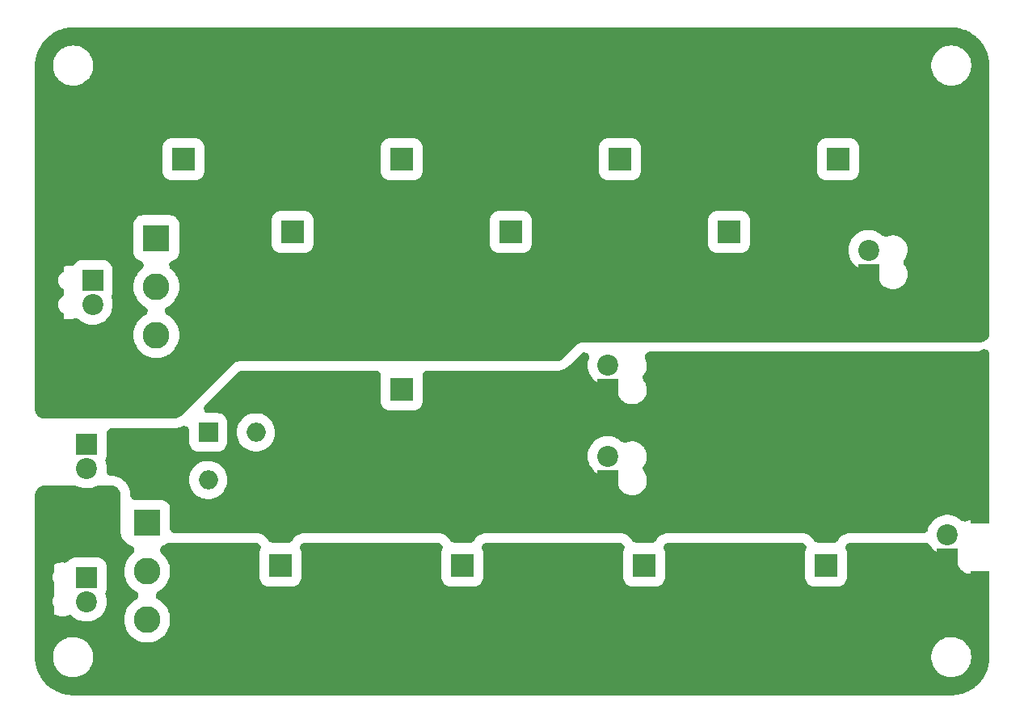
<source format=gbr>
G04 #@! TF.GenerationSoftware,KiCad,Pcbnew,(6.0.0)*
G04 #@! TF.CreationDate,2022-10-04T00:24:45+02:00*
G04 #@! TF.ProjectId,Input_filter,496e7075-745f-4666-996c-7465722e6b69,rev?*
G04 #@! TF.SameCoordinates,Original*
G04 #@! TF.FileFunction,Copper,L1,Top*
G04 #@! TF.FilePolarity,Positive*
%FSLAX46Y46*%
G04 Gerber Fmt 4.6, Leading zero omitted, Abs format (unit mm)*
G04 Created by KiCad (PCBNEW (6.0.0)) date 2022-10-04 00:24:45*
%MOMM*%
%LPD*%
G01*
G04 APERTURE LIST*
G04 #@! TA.AperFunction,ComponentPad*
%ADD10R,2.000000X2.000000*%
G04 #@! TD*
G04 #@! TA.AperFunction,ComponentPad*
%ADD11O,2.000000X2.000000*%
G04 #@! TD*
G04 #@! TA.AperFunction,ComponentPad*
%ADD12C,2.400000*%
G04 #@! TD*
G04 #@! TA.AperFunction,ComponentPad*
%ADD13R,2.400000X2.400000*%
G04 #@! TD*
G04 #@! TA.AperFunction,ComponentPad*
%ADD14C,2.200000*%
G04 #@! TD*
G04 #@! TA.AperFunction,ComponentPad*
%ADD15R,2.200000X2.200000*%
G04 #@! TD*
G04 #@! TA.AperFunction,ComponentPad*
%ADD16R,2.800000X2.800000*%
G04 #@! TD*
G04 #@! TA.AperFunction,ComponentPad*
%ADD17C,2.800000*%
G04 #@! TD*
G04 APERTURE END LIST*
D10*
X118150000Y-112435000D03*
D11*
X123150000Y-117435000D03*
X118150000Y-117435000D03*
X123150000Y-112435000D03*
D12*
X144780000Y-133865000D03*
D13*
X144780000Y-126365000D03*
D14*
X160020000Y-114935000D03*
D15*
X160020000Y-117475000D03*
D12*
X138430000Y-115450000D03*
D13*
X138430000Y-107950000D03*
X182880000Y-126365000D03*
D12*
X182880000Y-133865000D03*
X163830000Y-133865000D03*
D13*
X163830000Y-126365000D03*
X125730000Y-126365000D03*
D12*
X125730000Y-133865000D03*
D13*
X149860000Y-91440000D03*
D12*
X149860000Y-98940000D03*
D13*
X127000000Y-91440000D03*
D12*
X127000000Y-98940000D03*
X172720000Y-98940000D03*
D13*
X172720000Y-91440000D03*
X184150000Y-83820000D03*
D12*
X184150000Y-76320000D03*
D13*
X161290000Y-83820000D03*
D12*
X161290000Y-76320000D03*
X138430000Y-76320000D03*
D13*
X138430000Y-83820000D03*
X115570000Y-83820000D03*
D12*
X115570000Y-76320000D03*
D16*
X111760000Y-121920000D03*
D17*
X111760000Y-127000000D03*
X111760000Y-132080000D03*
X111760000Y-137160000D03*
D16*
X112722500Y-92087500D03*
D17*
X112722500Y-97167500D03*
X112722500Y-102247500D03*
X112722500Y-107327500D03*
D15*
X160020000Y-107950000D03*
D14*
X160020000Y-105410000D03*
X105410000Y-116205000D03*
D15*
X105410000Y-113665000D03*
D14*
X195580000Y-123190000D03*
D15*
X195580000Y-125730000D03*
X105410000Y-127635000D03*
D14*
X105410000Y-130175000D03*
D15*
X187325000Y-95885000D03*
D14*
X187325000Y-93345000D03*
D15*
X106045000Y-96520000D03*
D14*
X106045000Y-99060000D03*
G04 #@! TA.AperFunction,Conductor*
G36*
X194305642Y-71020213D02*
G01*
X194434837Y-71079214D01*
X194542176Y-71172224D01*
X194618963Y-71291708D01*
X194658978Y-71427985D01*
X194658978Y-71570015D01*
X194618963Y-71706292D01*
X194542176Y-71825776D01*
X194475693Y-71889520D01*
X194256619Y-72063779D01*
X194033648Y-72290676D01*
X193839991Y-72543055D01*
X193678534Y-72817154D01*
X193551685Y-73108886D01*
X193461335Y-73413903D01*
X193458819Y-73428936D01*
X193458818Y-73428942D01*
X193426435Y-73622461D01*
X193408831Y-73727657D01*
X193394955Y-74045471D01*
X193419914Y-74362607D01*
X193422952Y-74377539D01*
X193468359Y-74600722D01*
X193483336Y-74674338D01*
X193584276Y-74976016D01*
X193721229Y-75263143D01*
X193729417Y-75275996D01*
X193729420Y-75276001D01*
X193861696Y-75483632D01*
X193892153Y-75531440D01*
X194094500Y-75776907D01*
X194325254Y-75995884D01*
X194580975Y-76185108D01*
X194857849Y-76341756D01*
X195151751Y-76463494D01*
X195458298Y-76548507D01*
X195772921Y-76595528D01*
X195817330Y-76597467D01*
X195881371Y-76600263D01*
X195881380Y-76600263D01*
X195886804Y-76600500D01*
X196080799Y-76600500D01*
X196088396Y-76600035D01*
X196088407Y-76600035D01*
X196193676Y-76593596D01*
X196317524Y-76586021D01*
X196332521Y-76583242D01*
X196332525Y-76583241D01*
X196615315Y-76530829D01*
X196615319Y-76530828D01*
X196630313Y-76528049D01*
X196835057Y-76463494D01*
X196919166Y-76436975D01*
X196919170Y-76436973D01*
X196933707Y-76432390D01*
X197223181Y-76300469D01*
X197399179Y-76192617D01*
X197481418Y-76142221D01*
X197481422Y-76142218D01*
X197494420Y-76134253D01*
X197743381Y-75936221D01*
X197966352Y-75709324D01*
X198074873Y-75567897D01*
X198105117Y-75528482D01*
X198206735Y-75429254D01*
X198332193Y-75362674D01*
X198471327Y-75334137D01*
X198612865Y-75345954D01*
X198745340Y-75397169D01*
X198858020Y-75483632D01*
X198941777Y-75598337D01*
X198989824Y-75731994D01*
X199000000Y-75832254D01*
X199000000Y-102501000D01*
X198979787Y-102641585D01*
X198920786Y-102770780D01*
X198827776Y-102878119D01*
X198708292Y-102954906D01*
X198572015Y-102994921D01*
X198501000Y-103000000D01*
X157414214Y-103000000D01*
X157402021Y-103001201D01*
X157402019Y-103001201D01*
X157243517Y-103016812D01*
X157243513Y-103016813D01*
X157219123Y-103019215D01*
X157031530Y-103076120D01*
X157009911Y-103087676D01*
X157009910Y-103087676D01*
X156880262Y-103156974D01*
X156880259Y-103156976D01*
X156858643Y-103168530D01*
X156707107Y-103292893D01*
X155310226Y-104689774D01*
X155273955Y-104722649D01*
X155179346Y-104800293D01*
X155098016Y-104854636D01*
X155011814Y-104900712D01*
X154921436Y-104938147D01*
X154827904Y-104966519D01*
X154731968Y-104985602D01*
X154678537Y-104990865D01*
X154610182Y-104997597D01*
X154561273Y-105000000D01*
X121414214Y-105000000D01*
X121402021Y-105001201D01*
X121402019Y-105001201D01*
X121243517Y-105016812D01*
X121243513Y-105016813D01*
X121219123Y-105019215D01*
X121031530Y-105076120D01*
X121009911Y-105087676D01*
X121009910Y-105087676D01*
X120880262Y-105156974D01*
X120880259Y-105156976D01*
X120858643Y-105168530D01*
X120707107Y-105292893D01*
X115310226Y-110689774D01*
X115273955Y-110722649D01*
X115179346Y-110800293D01*
X115098016Y-110854636D01*
X115011814Y-110900712D01*
X114921436Y-110938147D01*
X114827904Y-110966519D01*
X114731968Y-110985602D01*
X114678537Y-110990865D01*
X114610182Y-110997597D01*
X114561273Y-111000000D01*
X101499000Y-111000000D01*
X101358415Y-110979787D01*
X101229220Y-110920786D01*
X101121881Y-110827776D01*
X101045094Y-110708292D01*
X101005079Y-110572015D01*
X101000000Y-110501000D01*
X101000000Y-102247500D01*
X110317254Y-102247500D01*
X110336220Y-102548957D01*
X110392819Y-102845660D01*
X110486159Y-103132930D01*
X110614767Y-103406236D01*
X110776615Y-103661268D01*
X110786607Y-103673346D01*
X110786609Y-103673349D01*
X110803547Y-103693823D01*
X110969151Y-103894004D01*
X110980575Y-103904731D01*
X110980576Y-103904733D01*
X111177910Y-104090043D01*
X111177916Y-104090048D01*
X111189338Y-104100774D01*
X111433705Y-104278316D01*
X111447440Y-104285867D01*
X111447448Y-104285872D01*
X111684655Y-104416278D01*
X111698396Y-104423832D01*
X111712967Y-104429601D01*
X111712969Y-104429602D01*
X111838817Y-104479428D01*
X111979238Y-104535025D01*
X112115432Y-104569993D01*
X112256607Y-104606241D01*
X112256613Y-104606242D01*
X112271802Y-104610142D01*
X112287361Y-104612108D01*
X112287363Y-104612108D01*
X112506225Y-104639757D01*
X112571473Y-104648000D01*
X112873527Y-104648000D01*
X112938775Y-104639757D01*
X113157637Y-104612108D01*
X113157639Y-104612108D01*
X113173198Y-104610142D01*
X113188387Y-104606242D01*
X113188393Y-104606241D01*
X113329568Y-104569993D01*
X113465762Y-104535025D01*
X113606183Y-104479429D01*
X113732031Y-104429602D01*
X113732033Y-104429601D01*
X113746604Y-104423832D01*
X113760345Y-104416278D01*
X113997552Y-104285872D01*
X113997560Y-104285867D01*
X114011295Y-104278316D01*
X114255662Y-104100774D01*
X114267084Y-104090048D01*
X114267090Y-104090043D01*
X114464424Y-103904733D01*
X114464425Y-103904731D01*
X114475849Y-103894004D01*
X114641453Y-103693823D01*
X114658391Y-103673349D01*
X114658393Y-103673346D01*
X114668385Y-103661268D01*
X114830233Y-103406236D01*
X114958841Y-103132930D01*
X115052181Y-102845660D01*
X115108780Y-102548957D01*
X115127746Y-102247500D01*
X115108780Y-101946043D01*
X115052181Y-101649340D01*
X114958841Y-101362070D01*
X114830233Y-101088764D01*
X114668385Y-100833732D01*
X114475849Y-100600996D01*
X114453065Y-100579600D01*
X114267090Y-100404957D01*
X114267084Y-100404952D01*
X114255662Y-100394226D01*
X114011295Y-100216684D01*
X113880493Y-100144775D01*
X113767038Y-100059336D01*
X113682248Y-99945392D01*
X113632994Y-99812175D01*
X113623267Y-99670479D01*
X113653855Y-99531781D01*
X113722279Y-99407319D01*
X113822996Y-99307176D01*
X113880491Y-99270226D01*
X114011295Y-99198316D01*
X114201672Y-99060000D01*
X114242976Y-99029991D01*
X114242977Y-99029990D01*
X114255662Y-99020774D01*
X114267084Y-99010048D01*
X114267090Y-99010043D01*
X114464424Y-98824733D01*
X114464425Y-98824731D01*
X114475849Y-98814004D01*
X114535530Y-98741862D01*
X114658391Y-98593349D01*
X114658393Y-98593346D01*
X114668385Y-98581268D01*
X114830233Y-98326236D01*
X114958841Y-98052930D01*
X115052181Y-97765660D01*
X115057141Y-97739662D01*
X115105841Y-97484363D01*
X115108780Y-97468957D01*
X115110936Y-97434697D01*
X115126761Y-97183156D01*
X115127746Y-97167500D01*
X115121122Y-97062219D01*
X115109765Y-96881696D01*
X115109765Y-96881693D01*
X115108780Y-96866043D01*
X115074905Y-96688462D01*
X115055122Y-96584755D01*
X115055120Y-96584748D01*
X115052181Y-96569340D01*
X114958841Y-96282070D01*
X114830233Y-96008764D01*
X114748132Y-95879394D01*
X114676787Y-95766971D01*
X114676785Y-95766968D01*
X114668385Y-95753732D01*
X114543494Y-95602764D01*
X114485840Y-95533073D01*
X114475849Y-95520996D01*
X114255662Y-95314226D01*
X114243744Y-95305567D01*
X114148588Y-95200694D01*
X114086649Y-95072881D01*
X114063227Y-94932795D01*
X114080222Y-94791786D01*
X114136254Y-94661275D01*
X114226786Y-94551838D01*
X114344483Y-94472340D01*
X114424555Y-94441719D01*
X114471671Y-94428209D01*
X114471674Y-94428208D01*
X114495970Y-94421241D01*
X114533609Y-94401564D01*
X114653687Y-94338788D01*
X114676096Y-94327073D01*
X114833609Y-94198609D01*
X114962073Y-94041096D01*
X115056241Y-93860970D01*
X115112266Y-93665587D01*
X115123000Y-93545316D01*
X115123000Y-92697816D01*
X124799500Y-92697816D01*
X124810234Y-92818087D01*
X124866259Y-93013470D01*
X124960427Y-93193596D01*
X125088891Y-93351109D01*
X125246404Y-93479573D01*
X125426530Y-93573741D01*
X125621913Y-93629766D01*
X125742184Y-93640500D01*
X128257816Y-93640500D01*
X128378087Y-93629766D01*
X128573470Y-93573741D01*
X128753596Y-93479573D01*
X128911109Y-93351109D01*
X129039573Y-93193596D01*
X129133741Y-93013470D01*
X129189766Y-92818087D01*
X129200500Y-92697816D01*
X147659500Y-92697816D01*
X147670234Y-92818087D01*
X147726259Y-93013470D01*
X147820427Y-93193596D01*
X147948891Y-93351109D01*
X148106404Y-93479573D01*
X148286530Y-93573741D01*
X148481913Y-93629766D01*
X148602184Y-93640500D01*
X151117816Y-93640500D01*
X151238087Y-93629766D01*
X151433470Y-93573741D01*
X151613596Y-93479573D01*
X151771109Y-93351109D01*
X151899573Y-93193596D01*
X151993741Y-93013470D01*
X152049766Y-92818087D01*
X152060500Y-92697816D01*
X170519500Y-92697816D01*
X170530234Y-92818087D01*
X170586259Y-93013470D01*
X170680427Y-93193596D01*
X170808891Y-93351109D01*
X170966404Y-93479573D01*
X171146530Y-93573741D01*
X171341913Y-93629766D01*
X171462184Y-93640500D01*
X173977816Y-93640500D01*
X174098087Y-93629766D01*
X174293470Y-93573741D01*
X174473596Y-93479573D01*
X174631109Y-93351109D01*
X174654072Y-93322953D01*
X185219707Y-93322953D01*
X185236194Y-93608878D01*
X185291332Y-93889920D01*
X185296834Y-93905989D01*
X185296835Y-93905994D01*
X185359050Y-94087708D01*
X185384102Y-94160878D01*
X185391738Y-94176060D01*
X185391739Y-94176063D01*
X185451973Y-94295824D01*
X185512787Y-94416740D01*
X185522405Y-94430734D01*
X185522406Y-94430736D01*
X185625286Y-94580427D01*
X185675006Y-94652770D01*
X185867756Y-94864600D01*
X185880797Y-94875504D01*
X186074429Y-95037406D01*
X186074435Y-95037410D01*
X186087472Y-95048311D01*
X186101870Y-95057343D01*
X186101873Y-95057345D01*
X186126640Y-95072881D01*
X186330088Y-95200503D01*
X186591114Y-95318361D01*
X186607399Y-95323185D01*
X186607402Y-95323186D01*
X186673554Y-95342781D01*
X186865719Y-95399703D01*
X186882514Y-95402273D01*
X186966699Y-95415155D01*
X187148824Y-95443024D01*
X187435189Y-95447523D01*
X187452044Y-95445483D01*
X187452049Y-95445483D01*
X187577351Y-95430319D01*
X187719514Y-95413115D01*
X187724648Y-95411768D01*
X187860957Y-95405536D01*
X187998920Y-95439285D01*
X188121786Y-95510535D01*
X188219601Y-95613514D01*
X188284442Y-95739880D01*
X188311054Y-95879394D01*
X188311059Y-95911985D01*
X188311313Y-95919264D01*
X188310404Y-95939288D01*
X188339081Y-96187140D01*
X188344536Y-96206416D01*
X188399922Y-96402145D01*
X188407017Y-96427219D01*
X188512462Y-96653348D01*
X188523727Y-96669923D01*
X188523727Y-96669924D01*
X188627332Y-96822373D01*
X188652706Y-96859710D01*
X188824138Y-97040994D01*
X188840053Y-97053162D01*
X188989601Y-97167500D01*
X189022349Y-97192538D01*
X189242239Y-97310443D01*
X189366380Y-97353188D01*
X189459198Y-97385148D01*
X189459202Y-97385149D01*
X189478152Y-97391674D01*
X189497898Y-97395085D01*
X189497903Y-97395086D01*
X189617555Y-97415753D01*
X189724017Y-97434142D01*
X189739679Y-97434853D01*
X189739686Y-97434854D01*
X189748274Y-97435244D01*
X189748295Y-97435244D01*
X189753922Y-97435500D01*
X189927691Y-97435500D01*
X190113702Y-97420534D01*
X190356006Y-97361018D01*
X190585677Y-97263529D01*
X190796808Y-97130573D01*
X190811834Y-97117326D01*
X190968935Y-96978823D01*
X190968937Y-96978821D01*
X190983965Y-96965572D01*
X191142334Y-96772770D01*
X191191402Y-96688462D01*
X191257758Y-96574451D01*
X191257759Y-96574449D01*
X191267840Y-96557128D01*
X191275022Y-96538418D01*
X191275025Y-96538412D01*
X191350071Y-96342911D01*
X191350072Y-96342906D01*
X191357255Y-96324195D01*
X191385887Y-96187140D01*
X191404179Y-96099584D01*
X191404180Y-96099579D01*
X191408278Y-96079961D01*
X191415906Y-95911985D01*
X191418687Y-95850735D01*
X191418687Y-95850732D01*
X191419596Y-95830712D01*
X191390919Y-95582860D01*
X191339818Y-95402273D01*
X191328439Y-95362061D01*
X191328438Y-95362058D01*
X191322983Y-95342781D01*
X191256638Y-95200503D01*
X191226009Y-95134818D01*
X191226008Y-95134817D01*
X191217538Y-95116652D01*
X191154658Y-95024127D01*
X191088558Y-94926864D01*
X191088556Y-94926862D01*
X191077294Y-94910290D01*
X191078084Y-94909753D01*
X191014904Y-94802996D01*
X190979933Y-94665338D01*
X190985162Y-94523404D01*
X191030167Y-94388693D01*
X191090536Y-94295830D01*
X191142334Y-94232770D01*
X191242487Y-94060689D01*
X191257758Y-94034451D01*
X191257759Y-94034449D01*
X191267840Y-94017128D01*
X191275022Y-93998418D01*
X191275025Y-93998412D01*
X191350071Y-93802911D01*
X191350072Y-93802906D01*
X191357255Y-93784195D01*
X191377265Y-93688412D01*
X191404179Y-93559584D01*
X191404180Y-93559579D01*
X191408278Y-93539961D01*
X191416128Y-93367082D01*
X191418687Y-93310735D01*
X191418687Y-93310732D01*
X191419596Y-93290712D01*
X191390919Y-93042860D01*
X191322983Y-92802781D01*
X191217538Y-92576652D01*
X191077294Y-92370290D01*
X190905862Y-92189006D01*
X190707651Y-92037462D01*
X190487761Y-91919557D01*
X190327001Y-91864203D01*
X190270802Y-91844852D01*
X190270798Y-91844851D01*
X190251848Y-91838326D01*
X190232102Y-91834915D01*
X190232097Y-91834914D01*
X190026894Y-91799470D01*
X190005983Y-91795858D01*
X189990321Y-91795147D01*
X189990314Y-91795146D01*
X189981726Y-91794756D01*
X189981705Y-91794756D01*
X189976078Y-91794500D01*
X189802309Y-91794500D01*
X189616298Y-91809466D01*
X189373994Y-91868982D01*
X189355553Y-91876810D01*
X189355549Y-91876811D01*
X189296806Y-91901746D01*
X189159499Y-91938070D01*
X189017521Y-91934238D01*
X188882373Y-91890562D01*
X188766497Y-91810489D01*
X188766251Y-91810224D01*
X188544623Y-91628823D01*
X188530150Y-91619954D01*
X188530143Y-91619949D01*
X188314907Y-91488053D01*
X188314903Y-91488051D01*
X188300427Y-91479180D01*
X188284883Y-91472356D01*
X188284876Y-91472353D01*
X188053734Y-91370889D01*
X188038182Y-91364062D01*
X187939655Y-91335996D01*
X187779079Y-91290254D01*
X187779071Y-91290252D01*
X187762739Y-91285600D01*
X187731324Y-91281129D01*
X187496013Y-91247639D01*
X187496007Y-91247639D01*
X187479196Y-91245246D01*
X187462208Y-91245157D01*
X187462207Y-91245157D01*
X187347356Y-91244556D01*
X187192800Y-91243747D01*
X187175960Y-91245964D01*
X186925695Y-91278911D01*
X186925688Y-91278912D01*
X186908851Y-91281129D01*
X186632602Y-91356702D01*
X186369165Y-91469068D01*
X186354590Y-91477791D01*
X186354586Y-91477793D01*
X186337443Y-91488053D01*
X186123415Y-91616146D01*
X185899900Y-91795215D01*
X185888213Y-91807530D01*
X185888207Y-91807536D01*
X185772917Y-91929027D01*
X185702755Y-92002962D01*
X185692848Y-92016750D01*
X185692844Y-92016754D01*
X185684769Y-92027992D01*
X185535629Y-92235543D01*
X185527684Y-92250548D01*
X185527683Y-92250550D01*
X185471994Y-92355729D01*
X185401614Y-92488653D01*
X185395778Y-92504601D01*
X185395777Y-92504603D01*
X185321018Y-92708893D01*
X185303190Y-92757610D01*
X185242178Y-93037436D01*
X185219707Y-93322953D01*
X174654072Y-93322953D01*
X174759573Y-93193596D01*
X174853741Y-93013470D01*
X174909766Y-92818087D01*
X174920500Y-92697816D01*
X174920500Y-90182184D01*
X174909766Y-90061913D01*
X174853741Y-89866530D01*
X174759573Y-89686404D01*
X174631109Y-89528891D01*
X174473596Y-89400427D01*
X174293470Y-89306259D01*
X174098087Y-89250234D01*
X173977816Y-89239500D01*
X171462184Y-89239500D01*
X171341913Y-89250234D01*
X171146530Y-89306259D01*
X170966404Y-89400427D01*
X170808891Y-89528891D01*
X170680427Y-89686404D01*
X170586259Y-89866530D01*
X170530234Y-90061913D01*
X170519500Y-90182184D01*
X170519500Y-92697816D01*
X152060500Y-92697816D01*
X152060500Y-90182184D01*
X152049766Y-90061913D01*
X151993741Y-89866530D01*
X151899573Y-89686404D01*
X151771109Y-89528891D01*
X151613596Y-89400427D01*
X151433470Y-89306259D01*
X151238087Y-89250234D01*
X151117816Y-89239500D01*
X148602184Y-89239500D01*
X148481913Y-89250234D01*
X148286530Y-89306259D01*
X148106404Y-89400427D01*
X147948891Y-89528891D01*
X147820427Y-89686404D01*
X147726259Y-89866530D01*
X147670234Y-90061913D01*
X147659500Y-90182184D01*
X147659500Y-92697816D01*
X129200500Y-92697816D01*
X129200500Y-90182184D01*
X129189766Y-90061913D01*
X129133741Y-89866530D01*
X129039573Y-89686404D01*
X128911109Y-89528891D01*
X128753596Y-89400427D01*
X128573470Y-89306259D01*
X128378087Y-89250234D01*
X128257816Y-89239500D01*
X125742184Y-89239500D01*
X125621913Y-89250234D01*
X125426530Y-89306259D01*
X125246404Y-89400427D01*
X125088891Y-89528891D01*
X124960427Y-89686404D01*
X124866259Y-89866530D01*
X124810234Y-90061913D01*
X124799500Y-90182184D01*
X124799500Y-92697816D01*
X115123000Y-92697816D01*
X115123000Y-90629684D01*
X115112266Y-90509413D01*
X115056241Y-90314030D01*
X114962073Y-90133904D01*
X114833609Y-89976391D01*
X114676096Y-89847927D01*
X114495970Y-89753759D01*
X114300587Y-89697734D01*
X114180316Y-89687000D01*
X111264684Y-89687000D01*
X111144413Y-89697734D01*
X110949030Y-89753759D01*
X110768904Y-89847927D01*
X110611391Y-89976391D01*
X110482927Y-90133904D01*
X110388759Y-90314030D01*
X110332734Y-90509413D01*
X110322000Y-90629684D01*
X110322000Y-93545316D01*
X110332734Y-93665587D01*
X110388759Y-93860970D01*
X110482927Y-94041096D01*
X110611391Y-94198609D01*
X110768904Y-94327073D01*
X110791313Y-94338788D01*
X110911392Y-94401564D01*
X110949030Y-94421241D01*
X110973326Y-94428208D01*
X110973329Y-94428209D01*
X111020445Y-94441719D01*
X111150012Y-94499899D01*
X111257940Y-94592226D01*
X111335484Y-94711219D01*
X111376363Y-94847239D01*
X111377265Y-94989267D01*
X111338116Y-95125795D01*
X111262089Y-95245763D01*
X111201386Y-95305472D01*
X111189338Y-95314226D01*
X110969151Y-95520996D01*
X110959160Y-95533073D01*
X110901507Y-95602764D01*
X110776615Y-95753732D01*
X110768215Y-95766968D01*
X110768213Y-95766971D01*
X110696868Y-95879394D01*
X110614767Y-96008764D01*
X110486159Y-96282070D01*
X110392819Y-96569340D01*
X110389880Y-96584748D01*
X110389878Y-96584755D01*
X110370095Y-96688462D01*
X110336220Y-96866043D01*
X110335235Y-96881693D01*
X110335235Y-96881696D01*
X110323878Y-97062219D01*
X110317254Y-97167500D01*
X110318239Y-97183156D01*
X110334065Y-97434697D01*
X110336220Y-97468957D01*
X110339159Y-97484363D01*
X110387860Y-97739662D01*
X110392819Y-97765660D01*
X110486159Y-98052930D01*
X110614767Y-98326236D01*
X110776615Y-98581268D01*
X110786607Y-98593346D01*
X110786609Y-98593349D01*
X110909470Y-98741862D01*
X110969151Y-98814004D01*
X110980575Y-98824731D01*
X110980576Y-98824733D01*
X111177910Y-99010043D01*
X111177916Y-99010048D01*
X111189338Y-99020774D01*
X111202023Y-99029990D01*
X111202024Y-99029991D01*
X111243328Y-99060000D01*
X111433705Y-99198316D01*
X111564507Y-99270225D01*
X111677962Y-99355664D01*
X111762752Y-99469608D01*
X111812006Y-99602825D01*
X111821733Y-99744521D01*
X111791145Y-99883219D01*
X111722721Y-100007681D01*
X111622004Y-100107824D01*
X111564509Y-100144774D01*
X111433705Y-100216684D01*
X111189338Y-100394226D01*
X111177916Y-100404952D01*
X111177910Y-100404957D01*
X110991935Y-100579600D01*
X110969151Y-100600996D01*
X110776615Y-100833732D01*
X110614767Y-101088764D01*
X110486159Y-101362070D01*
X110392819Y-101649340D01*
X110336220Y-101946043D01*
X110317254Y-102247500D01*
X101000000Y-102247500D01*
X101000000Y-99498242D01*
X101020213Y-99357657D01*
X101079214Y-99228462D01*
X101172224Y-99121123D01*
X101250075Y-99071091D01*
X101747925Y-99071091D01*
X101825776Y-99121123D01*
X101918786Y-99228462D01*
X101979147Y-99362373D01*
X102047017Y-99602219D01*
X102152462Y-99828348D01*
X102292706Y-100034710D01*
X102464138Y-100215994D01*
X102662349Y-100367538D01*
X102680008Y-100377007D01*
X102680010Y-100377008D01*
X102758235Y-100418952D01*
X102882239Y-100485443D01*
X103006386Y-100528190D01*
X103099198Y-100560148D01*
X103099202Y-100560149D01*
X103118152Y-100566674D01*
X103137898Y-100570085D01*
X103137903Y-100570086D01*
X103257555Y-100590753D01*
X103364017Y-100609142D01*
X103379679Y-100609853D01*
X103379686Y-100609854D01*
X103388274Y-100610244D01*
X103388295Y-100610244D01*
X103393922Y-100610500D01*
X103567691Y-100610500D01*
X103753702Y-100595534D01*
X103996006Y-100536018D01*
X104073004Y-100503334D01*
X104210309Y-100467011D01*
X104352288Y-100470842D01*
X104487436Y-100514518D01*
X104588055Y-100579850D01*
X104807472Y-100763311D01*
X104821870Y-100772343D01*
X104821873Y-100772345D01*
X104868099Y-100801342D01*
X105050088Y-100915503D01*
X105311114Y-101033361D01*
X105327399Y-101038185D01*
X105327402Y-101038186D01*
X105448416Y-101074032D01*
X105585719Y-101114703D01*
X105602514Y-101117273D01*
X105686699Y-101130155D01*
X105868824Y-101158024D01*
X106155189Y-101162523D01*
X106172044Y-101160483D01*
X106172049Y-101160483D01*
X106324752Y-101142003D01*
X106439514Y-101128115D01*
X106455936Y-101123807D01*
X106455940Y-101123806D01*
X106589511Y-101088764D01*
X106716539Y-101055439D01*
X106981138Y-100945839D01*
X107228415Y-100801342D01*
X107453793Y-100624623D01*
X107634131Y-100438529D01*
X107641277Y-100431155D01*
X107641281Y-100431151D01*
X107653102Y-100418952D01*
X107663383Y-100404957D01*
X107812600Y-100201822D01*
X107822655Y-100188134D01*
X107846197Y-100144776D01*
X107951207Y-99951370D01*
X107959313Y-99936441D01*
X107993110Y-99847000D01*
X108054545Y-99684418D01*
X108054547Y-99684411D01*
X108060548Y-99668530D01*
X108124487Y-99389358D01*
X108126896Y-99362373D01*
X108149076Y-99113845D01*
X108149077Y-99113834D01*
X108149946Y-99104092D01*
X108150408Y-99060000D01*
X108149164Y-99041743D01*
X108137819Y-98875342D01*
X108130928Y-98774263D01*
X108072850Y-98493814D01*
X108042197Y-98407252D01*
X108014323Y-98267984D01*
X108026815Y-98126504D01*
X108059046Y-98039900D01*
X108057643Y-98039339D01*
X108067029Y-98015873D01*
X108078741Y-97993470D01*
X108134766Y-97798087D01*
X108145500Y-97677816D01*
X108145500Y-95362184D01*
X108134766Y-95241913D01*
X108078741Y-95046530D01*
X107984573Y-94866404D01*
X107856109Y-94708891D01*
X107698596Y-94580427D01*
X107518470Y-94486259D01*
X107323087Y-94430234D01*
X107202816Y-94419500D01*
X104887184Y-94419500D01*
X104766913Y-94430234D01*
X104571530Y-94486259D01*
X104391404Y-94580427D01*
X104233891Y-94708891D01*
X104217918Y-94728476D01*
X104217913Y-94728481D01*
X104158319Y-94801551D01*
X104053802Y-94897722D01*
X103926424Y-94960551D01*
X103786505Y-94984948D01*
X103686684Y-94977888D01*
X103661440Y-94973527D01*
X103661426Y-94973526D01*
X103645983Y-94970858D01*
X103630321Y-94970147D01*
X103630314Y-94970146D01*
X103621726Y-94969756D01*
X103621705Y-94969756D01*
X103616078Y-94969500D01*
X103442309Y-94969500D01*
X103256298Y-94984466D01*
X103013994Y-95043982D01*
X102784323Y-95141471D01*
X102573192Y-95274427D01*
X102558167Y-95287673D01*
X102558166Y-95287674D01*
X102461043Y-95373300D01*
X102386035Y-95439428D01*
X102227666Y-95632230D01*
X102217582Y-95649555D01*
X102217582Y-95649556D01*
X102156951Y-95753732D01*
X102102160Y-95847872D01*
X102094978Y-95866582D01*
X102094975Y-95866588D01*
X102020757Y-96059932D01*
X102012745Y-96080805D01*
X102008646Y-96100426D01*
X101987455Y-96201862D01*
X101938920Y-96335342D01*
X101854746Y-96449742D01*
X101747925Y-96531091D01*
X101825776Y-96581123D01*
X101918786Y-96688462D01*
X101979147Y-96822373D01*
X102047017Y-97062219D01*
X102152462Y-97288348D01*
X102163727Y-97304923D01*
X102163727Y-97304924D01*
X102239047Y-97415753D01*
X102284133Y-97482095D01*
X102284134Y-97482097D01*
X102292706Y-97494710D01*
X102291916Y-97495247D01*
X102355096Y-97602004D01*
X102390067Y-97739662D01*
X102384838Y-97881596D01*
X102339833Y-98016307D01*
X102279464Y-98109170D01*
X102227666Y-98172230D01*
X102217582Y-98189555D01*
X102217582Y-98189556D01*
X102130328Y-98339475D01*
X102102160Y-98387872D01*
X102094978Y-98406582D01*
X102094975Y-98406588D01*
X102023284Y-98593349D01*
X102012745Y-98620805D01*
X102008646Y-98640426D01*
X101987455Y-98741862D01*
X101938920Y-98875342D01*
X101854746Y-98989742D01*
X101747925Y-99071091D01*
X101250075Y-99071091D01*
X101253715Y-99068752D01*
X101203267Y-99041743D01*
X101102011Y-98942145D01*
X101032917Y-98818054D01*
X101001582Y-98679523D01*
X101000000Y-98639819D01*
X101000000Y-96958242D01*
X101020213Y-96817657D01*
X101079214Y-96688462D01*
X101172224Y-96581123D01*
X101253715Y-96528752D01*
X101203267Y-96501743D01*
X101102011Y-96402145D01*
X101032917Y-96278054D01*
X101001582Y-96139523D01*
X101000000Y-96099819D01*
X101000000Y-85077816D01*
X113369500Y-85077816D01*
X113380234Y-85198087D01*
X113436259Y-85393470D01*
X113530427Y-85573596D01*
X113658891Y-85731109D01*
X113816404Y-85859573D01*
X113996530Y-85953741D01*
X114191913Y-86009766D01*
X114312184Y-86020500D01*
X116827816Y-86020500D01*
X116948087Y-86009766D01*
X117143470Y-85953741D01*
X117323596Y-85859573D01*
X117481109Y-85731109D01*
X117609573Y-85573596D01*
X117703741Y-85393470D01*
X117759766Y-85198087D01*
X117770500Y-85077816D01*
X136229500Y-85077816D01*
X136240234Y-85198087D01*
X136296259Y-85393470D01*
X136390427Y-85573596D01*
X136518891Y-85731109D01*
X136676404Y-85859573D01*
X136856530Y-85953741D01*
X137051913Y-86009766D01*
X137172184Y-86020500D01*
X139687816Y-86020500D01*
X139808087Y-86009766D01*
X140003470Y-85953741D01*
X140183596Y-85859573D01*
X140341109Y-85731109D01*
X140469573Y-85573596D01*
X140563741Y-85393470D01*
X140619766Y-85198087D01*
X140630500Y-85077816D01*
X159089500Y-85077816D01*
X159100234Y-85198087D01*
X159156259Y-85393470D01*
X159250427Y-85573596D01*
X159378891Y-85731109D01*
X159536404Y-85859573D01*
X159716530Y-85953741D01*
X159911913Y-86009766D01*
X160032184Y-86020500D01*
X162547816Y-86020500D01*
X162668087Y-86009766D01*
X162863470Y-85953741D01*
X163043596Y-85859573D01*
X163201109Y-85731109D01*
X163329573Y-85573596D01*
X163423741Y-85393470D01*
X163479766Y-85198087D01*
X163490500Y-85077816D01*
X181949500Y-85077816D01*
X181960234Y-85198087D01*
X182016259Y-85393470D01*
X182110427Y-85573596D01*
X182238891Y-85731109D01*
X182396404Y-85859573D01*
X182576530Y-85953741D01*
X182771913Y-86009766D01*
X182892184Y-86020500D01*
X185407816Y-86020500D01*
X185528087Y-86009766D01*
X185723470Y-85953741D01*
X185903596Y-85859573D01*
X186061109Y-85731109D01*
X186189573Y-85573596D01*
X186283741Y-85393470D01*
X186339766Y-85198087D01*
X186350500Y-85077816D01*
X186350500Y-82562184D01*
X186339766Y-82441913D01*
X186283741Y-82246530D01*
X186189573Y-82066404D01*
X186061109Y-81908891D01*
X185903596Y-81780427D01*
X185723470Y-81686259D01*
X185528087Y-81630234D01*
X185407816Y-81619500D01*
X182892184Y-81619500D01*
X182771913Y-81630234D01*
X182576530Y-81686259D01*
X182396404Y-81780427D01*
X182238891Y-81908891D01*
X182110427Y-82066404D01*
X182016259Y-82246530D01*
X181960234Y-82441913D01*
X181949500Y-82562184D01*
X181949500Y-85077816D01*
X163490500Y-85077816D01*
X163490500Y-82562184D01*
X163479766Y-82441913D01*
X163423741Y-82246530D01*
X163329573Y-82066404D01*
X163201109Y-81908891D01*
X163043596Y-81780427D01*
X162863470Y-81686259D01*
X162668087Y-81630234D01*
X162547816Y-81619500D01*
X160032184Y-81619500D01*
X159911913Y-81630234D01*
X159716530Y-81686259D01*
X159536404Y-81780427D01*
X159378891Y-81908891D01*
X159250427Y-82066404D01*
X159156259Y-82246530D01*
X159100234Y-82441913D01*
X159089500Y-82562184D01*
X159089500Y-85077816D01*
X140630500Y-85077816D01*
X140630500Y-82562184D01*
X140619766Y-82441913D01*
X140563741Y-82246530D01*
X140469573Y-82066404D01*
X140341109Y-81908891D01*
X140183596Y-81780427D01*
X140003470Y-81686259D01*
X139808087Y-81630234D01*
X139687816Y-81619500D01*
X137172184Y-81619500D01*
X137051913Y-81630234D01*
X136856530Y-81686259D01*
X136676404Y-81780427D01*
X136518891Y-81908891D01*
X136390427Y-82066404D01*
X136296259Y-82246530D01*
X136240234Y-82441913D01*
X136229500Y-82562184D01*
X136229500Y-85077816D01*
X117770500Y-85077816D01*
X117770500Y-82562184D01*
X117759766Y-82441913D01*
X117703741Y-82246530D01*
X117609573Y-82066404D01*
X117481109Y-81908891D01*
X117323596Y-81780427D01*
X117143470Y-81686259D01*
X116948087Y-81630234D01*
X116827816Y-81619500D01*
X114312184Y-81619500D01*
X114191913Y-81630234D01*
X113996530Y-81686259D01*
X113816404Y-81780427D01*
X113658891Y-81908891D01*
X113530427Y-82066404D01*
X113436259Y-82246530D01*
X113380234Y-82441913D01*
X113369500Y-82562184D01*
X113369500Y-85077816D01*
X101000000Y-85077816D01*
X101000000Y-75837677D01*
X101020213Y-75697092D01*
X101079214Y-75567897D01*
X101172224Y-75460558D01*
X101291708Y-75383771D01*
X101427985Y-75343756D01*
X101570015Y-75343756D01*
X101706292Y-75383771D01*
X101825776Y-75460558D01*
X101891399Y-75532062D01*
X101892153Y-75531440D01*
X102094500Y-75776907D01*
X102325254Y-75995884D01*
X102580975Y-76185108D01*
X102857849Y-76341756D01*
X103151751Y-76463494D01*
X103458298Y-76548507D01*
X103772921Y-76595528D01*
X103817330Y-76597467D01*
X103881371Y-76600263D01*
X103881380Y-76600263D01*
X103886804Y-76600500D01*
X104080799Y-76600500D01*
X104088396Y-76600035D01*
X104088407Y-76600035D01*
X104193676Y-76593596D01*
X104317524Y-76586021D01*
X104332521Y-76583242D01*
X104332525Y-76583241D01*
X104615315Y-76530829D01*
X104615319Y-76530828D01*
X104630313Y-76528049D01*
X104835057Y-76463494D01*
X104919166Y-76436975D01*
X104919170Y-76436973D01*
X104933707Y-76432390D01*
X105223181Y-76300469D01*
X105399179Y-76192617D01*
X105481418Y-76142221D01*
X105481422Y-76142218D01*
X105494420Y-76134253D01*
X105743381Y-75936221D01*
X105966352Y-75709324D01*
X106160009Y-75456945D01*
X106176321Y-75429254D01*
X106313725Y-75195987D01*
X106321466Y-75182846D01*
X106448315Y-74891114D01*
X106538665Y-74586097D01*
X106591169Y-74272343D01*
X106605045Y-73954529D01*
X106580086Y-73637393D01*
X106569783Y-73586750D01*
X106519702Y-73340592D01*
X106519700Y-73340585D01*
X106516664Y-73325662D01*
X106415724Y-73023984D01*
X106278771Y-72736857D01*
X106270580Y-72723999D01*
X106116037Y-72481415D01*
X106116033Y-72481410D01*
X106107847Y-72468560D01*
X105905500Y-72223093D01*
X105674746Y-72004116D01*
X105534208Y-71900123D01*
X105433223Y-71800253D01*
X105364464Y-71675976D01*
X105333503Y-71537362D01*
X105342848Y-71395639D01*
X105391743Y-71262290D01*
X105476226Y-71148118D01*
X105589452Y-71062373D01*
X105722250Y-71012000D01*
X105831026Y-71000000D01*
X194165057Y-71000000D01*
X194305642Y-71020213D01*
G37*
G04 #@! TD.AperFunction*
G04 #@! TA.AperFunction,Conductor*
G36*
X198641585Y-104020213D02*
G01*
X198770780Y-104079214D01*
X198878119Y-104172224D01*
X198954906Y-104291708D01*
X198994921Y-104427985D01*
X199000000Y-104499000D01*
X199000000Y-121175926D01*
X198979787Y-121316511D01*
X198920786Y-121445706D01*
X198827776Y-121553045D01*
X198708292Y-121629832D01*
X198572015Y-121669847D01*
X198416067Y-121667645D01*
X198276437Y-121643527D01*
X198276431Y-121643526D01*
X198260983Y-121640858D01*
X198245321Y-121640147D01*
X198245314Y-121640146D01*
X198236726Y-121639756D01*
X198236705Y-121639756D01*
X198231078Y-121639500D01*
X198057309Y-121639500D01*
X197871298Y-121654466D01*
X197628994Y-121713982D01*
X197610553Y-121721810D01*
X197610549Y-121721811D01*
X197551806Y-121746746D01*
X197414499Y-121783070D01*
X197272521Y-121779238D01*
X197137373Y-121735562D01*
X197021497Y-121655489D01*
X197021251Y-121655224D01*
X196799623Y-121473823D01*
X196785150Y-121464954D01*
X196785143Y-121464949D01*
X196569907Y-121333053D01*
X196569903Y-121333051D01*
X196555427Y-121324180D01*
X196539883Y-121317356D01*
X196539876Y-121317353D01*
X196308734Y-121215889D01*
X196293182Y-121209062D01*
X196176857Y-121175926D01*
X196034079Y-121135254D01*
X196034071Y-121135252D01*
X196017739Y-121130600D01*
X195986324Y-121126129D01*
X195751013Y-121092639D01*
X195751007Y-121092639D01*
X195734196Y-121090246D01*
X195717208Y-121090157D01*
X195717207Y-121090157D01*
X195602356Y-121089556D01*
X195447800Y-121088747D01*
X195430960Y-121090964D01*
X195180695Y-121123911D01*
X195180688Y-121123912D01*
X195163851Y-121126129D01*
X194887602Y-121201702D01*
X194624165Y-121314068D01*
X194609590Y-121322791D01*
X194609586Y-121322793D01*
X194592443Y-121333053D01*
X194378415Y-121461146D01*
X194154900Y-121640215D01*
X194143213Y-121652530D01*
X194143207Y-121652536D01*
X194022972Y-121779238D01*
X193957755Y-121847962D01*
X193947848Y-121861750D01*
X193947844Y-121861754D01*
X193932964Y-121882462D01*
X193790629Y-122080543D01*
X193656614Y-122333653D01*
X193558190Y-122602610D01*
X193554571Y-122619208D01*
X193549830Y-122635527D01*
X193546938Y-122634687D01*
X193507470Y-122740352D01*
X193422301Y-122854013D01*
X193308560Y-122939075D01*
X193175461Y-122988646D01*
X193069621Y-123000000D01*
X185423885Y-123000000D01*
X185397234Y-123000355D01*
X185395669Y-123000397D01*
X185395655Y-123000397D01*
X185381203Y-123000782D01*
X185381194Y-123000783D01*
X185370640Y-123001064D01*
X185360150Y-123002237D01*
X185360140Y-123002238D01*
X185239268Y-123015758D01*
X185202423Y-123019879D01*
X185063116Y-123047556D01*
X184982558Y-123067064D01*
X184966009Y-123073681D01*
X184966003Y-123073683D01*
X184806438Y-123137485D01*
X184794684Y-123142185D01*
X184668816Y-123207988D01*
X184664357Y-123210560D01*
X184664344Y-123210567D01*
X184629545Y-123230639D01*
X184597007Y-123249406D01*
X184437907Y-123374415D01*
X184335678Y-123473013D01*
X184278455Y-123532977D01*
X184268114Y-123547486D01*
X184205069Y-123635941D01*
X184161018Y-123697746D01*
X184154760Y-123708730D01*
X184132372Y-123748024D01*
X184045214Y-123860168D01*
X183929993Y-123943214D01*
X183796042Y-123990434D01*
X183698805Y-124000000D01*
X182062361Y-124000000D01*
X181921776Y-123979787D01*
X181792581Y-123920786D01*
X181685242Y-123827776D01*
X181632480Y-123753440D01*
X181631277Y-123751071D01*
X181604067Y-123708730D01*
X181557288Y-123635941D01*
X181554490Y-123631587D01*
X181551508Y-123627344D01*
X181517074Y-123578353D01*
X181517069Y-123578347D01*
X181506822Y-123563768D01*
X181368096Y-123416475D01*
X181358539Y-123408194D01*
X181358533Y-123408188D01*
X181264679Y-123326863D01*
X181264667Y-123326853D01*
X181260757Y-123323465D01*
X181195912Y-123271823D01*
X181021308Y-123169581D01*
X180892113Y-123110580D01*
X180887322Y-123108628D01*
X180887311Y-123108623D01*
X180831857Y-123086027D01*
X180815351Y-123079301D01*
X180766229Y-123067064D01*
X180631287Y-123033448D01*
X180631280Y-123033447D01*
X180619014Y-123030391D01*
X180478429Y-123010178D01*
X180469548Y-123009543D01*
X180469540Y-123009542D01*
X180420121Y-123006008D01*
X180336115Y-123000000D01*
X166373885Y-123000000D01*
X166347234Y-123000355D01*
X166345669Y-123000397D01*
X166345655Y-123000397D01*
X166331203Y-123000782D01*
X166331194Y-123000783D01*
X166320640Y-123001064D01*
X166310150Y-123002237D01*
X166310140Y-123002238D01*
X166189268Y-123015758D01*
X166152423Y-123019879D01*
X166013116Y-123047556D01*
X165932558Y-123067064D01*
X165916009Y-123073681D01*
X165916003Y-123073683D01*
X165756438Y-123137485D01*
X165744684Y-123142185D01*
X165618816Y-123207988D01*
X165614357Y-123210560D01*
X165614344Y-123210567D01*
X165579545Y-123230639D01*
X165547007Y-123249406D01*
X165387907Y-123374415D01*
X165285678Y-123473013D01*
X165228455Y-123532977D01*
X165218114Y-123547486D01*
X165155069Y-123635941D01*
X165111018Y-123697746D01*
X165104760Y-123708730D01*
X165082372Y-123748024D01*
X164995214Y-123860168D01*
X164879993Y-123943214D01*
X164746042Y-123990434D01*
X164648805Y-124000000D01*
X163012361Y-124000000D01*
X162871776Y-123979787D01*
X162742581Y-123920786D01*
X162635242Y-123827776D01*
X162582480Y-123753440D01*
X162581277Y-123751071D01*
X162554067Y-123708730D01*
X162507288Y-123635941D01*
X162504490Y-123631587D01*
X162501508Y-123627344D01*
X162467074Y-123578353D01*
X162467069Y-123578347D01*
X162456822Y-123563768D01*
X162318096Y-123416475D01*
X162308539Y-123408194D01*
X162308533Y-123408188D01*
X162214679Y-123326863D01*
X162214667Y-123326853D01*
X162210757Y-123323465D01*
X162145912Y-123271823D01*
X161971308Y-123169581D01*
X161842113Y-123110580D01*
X161837322Y-123108628D01*
X161837311Y-123108623D01*
X161781857Y-123086027D01*
X161765351Y-123079301D01*
X161716229Y-123067064D01*
X161581287Y-123033448D01*
X161581280Y-123033447D01*
X161569014Y-123030391D01*
X161428429Y-123010178D01*
X161419548Y-123009543D01*
X161419540Y-123009542D01*
X161370121Y-123006008D01*
X161286115Y-123000000D01*
X147323885Y-123000000D01*
X147297234Y-123000355D01*
X147295669Y-123000397D01*
X147295655Y-123000397D01*
X147281203Y-123000782D01*
X147281194Y-123000783D01*
X147270640Y-123001064D01*
X147260150Y-123002237D01*
X147260140Y-123002238D01*
X147139268Y-123015758D01*
X147102423Y-123019879D01*
X146963116Y-123047556D01*
X146882558Y-123067064D01*
X146866009Y-123073681D01*
X146866003Y-123073683D01*
X146706438Y-123137485D01*
X146694684Y-123142185D01*
X146568816Y-123207988D01*
X146564357Y-123210560D01*
X146564344Y-123210567D01*
X146529545Y-123230639D01*
X146497007Y-123249406D01*
X146337907Y-123374415D01*
X146235678Y-123473013D01*
X146178455Y-123532977D01*
X146168114Y-123547486D01*
X146105069Y-123635941D01*
X146061018Y-123697746D01*
X146054760Y-123708730D01*
X146032372Y-123748024D01*
X145945214Y-123860168D01*
X145829993Y-123943214D01*
X145696042Y-123990434D01*
X145598805Y-124000000D01*
X143962361Y-124000000D01*
X143821776Y-123979787D01*
X143692581Y-123920786D01*
X143585242Y-123827776D01*
X143532480Y-123753440D01*
X143531277Y-123751071D01*
X143504067Y-123708730D01*
X143457288Y-123635941D01*
X143454490Y-123631587D01*
X143451508Y-123627344D01*
X143417074Y-123578353D01*
X143417069Y-123578347D01*
X143406822Y-123563768D01*
X143268096Y-123416475D01*
X143258539Y-123408194D01*
X143258533Y-123408188D01*
X143164679Y-123326863D01*
X143164667Y-123326853D01*
X143160757Y-123323465D01*
X143095912Y-123271823D01*
X142921308Y-123169581D01*
X142792113Y-123110580D01*
X142787322Y-123108628D01*
X142787311Y-123108623D01*
X142731857Y-123086027D01*
X142715351Y-123079301D01*
X142666229Y-123067064D01*
X142531287Y-123033448D01*
X142531280Y-123033447D01*
X142519014Y-123030391D01*
X142378429Y-123010178D01*
X142369548Y-123009543D01*
X142369540Y-123009542D01*
X142320121Y-123006008D01*
X142236115Y-123000000D01*
X128273885Y-123000000D01*
X128247234Y-123000355D01*
X128245669Y-123000397D01*
X128245655Y-123000397D01*
X128231203Y-123000782D01*
X128231194Y-123000783D01*
X128220640Y-123001064D01*
X128210150Y-123002237D01*
X128210140Y-123002238D01*
X128089268Y-123015758D01*
X128052423Y-123019879D01*
X127913116Y-123047556D01*
X127832558Y-123067064D01*
X127816009Y-123073681D01*
X127816003Y-123073683D01*
X127656438Y-123137485D01*
X127644684Y-123142185D01*
X127518816Y-123207988D01*
X127514357Y-123210560D01*
X127514344Y-123210567D01*
X127479545Y-123230639D01*
X127447007Y-123249406D01*
X127287907Y-123374415D01*
X127185678Y-123473013D01*
X127128455Y-123532977D01*
X127118114Y-123547486D01*
X127055069Y-123635941D01*
X127011018Y-123697746D01*
X127004760Y-123708730D01*
X126982372Y-123748024D01*
X126895214Y-123860168D01*
X126779993Y-123943214D01*
X126646042Y-123990434D01*
X126548805Y-124000000D01*
X124912361Y-124000000D01*
X124771776Y-123979787D01*
X124642581Y-123920786D01*
X124535242Y-123827776D01*
X124482480Y-123753440D01*
X124481277Y-123751071D01*
X124454067Y-123708730D01*
X124407288Y-123635941D01*
X124404490Y-123631587D01*
X124401508Y-123627344D01*
X124367074Y-123578353D01*
X124367069Y-123578347D01*
X124356822Y-123563768D01*
X124218096Y-123416475D01*
X124208539Y-123408194D01*
X124208533Y-123408188D01*
X124114679Y-123326863D01*
X124114667Y-123326853D01*
X124110757Y-123323465D01*
X124045912Y-123271823D01*
X123871308Y-123169581D01*
X123742113Y-123110580D01*
X123737322Y-123108628D01*
X123737311Y-123108623D01*
X123681857Y-123086027D01*
X123665351Y-123079301D01*
X123616229Y-123067064D01*
X123481287Y-123033448D01*
X123481280Y-123033447D01*
X123469014Y-123030391D01*
X123328429Y-123010178D01*
X123319548Y-123009543D01*
X123319540Y-123009542D01*
X123270121Y-123006008D01*
X123186115Y-123000000D01*
X114659500Y-123000000D01*
X114518915Y-122979787D01*
X114389720Y-122920786D01*
X114282381Y-122827776D01*
X114205594Y-122708292D01*
X114165579Y-122572015D01*
X114160500Y-122501000D01*
X114160500Y-120462184D01*
X114149766Y-120341913D01*
X114093741Y-120146530D01*
X113999573Y-119966404D01*
X113871109Y-119808891D01*
X113713596Y-119680427D01*
X113533470Y-119586259D01*
X113338087Y-119530234D01*
X113217816Y-119519500D01*
X110498951Y-119519500D01*
X110358366Y-119499287D01*
X110229171Y-119440286D01*
X110121832Y-119347276D01*
X110045045Y-119227792D01*
X110005030Y-119091515D01*
X110000000Y-119026760D01*
X110000000Y-119024513D01*
X109998795Y-118975444D01*
X109996392Y-118926531D01*
X109992781Y-118877578D01*
X109980786Y-118755797D01*
X109979887Y-118749736D01*
X109967288Y-118664798D01*
X109967285Y-118664780D01*
X109966387Y-118658727D01*
X109947304Y-118562791D01*
X109923461Y-118467604D01*
X109895089Y-118374072D01*
X109862029Y-118281674D01*
X109824594Y-118191296D01*
X109811898Y-118164451D01*
X109785254Y-118108118D01*
X109782633Y-118102576D01*
X109736557Y-118016374D01*
X109686107Y-117932203D01*
X109631763Y-117850871D01*
X109611997Y-117824219D01*
X109576953Y-117776968D01*
X109576951Y-117776965D01*
X109573301Y-117772044D01*
X109511291Y-117696485D01*
X109505037Y-117689584D01*
X109449510Y-117628320D01*
X109445389Y-117623773D01*
X109376227Y-117554611D01*
X109318164Y-117501985D01*
X109308059Y-117492826D01*
X109308042Y-117492811D01*
X109303518Y-117488711D01*
X109227957Y-117426699D01*
X109222014Y-117422291D01*
X109154205Y-117372002D01*
X116145380Y-117372002D01*
X116146073Y-117389639D01*
X116152555Y-117554611D01*
X116156502Y-117655084D01*
X116207400Y-117933775D01*
X116297058Y-118202514D01*
X116304944Y-118218296D01*
X116304945Y-118218299D01*
X116415803Y-118440161D01*
X116423687Y-118455939D01*
X116433715Y-118470448D01*
X116433716Y-118470450D01*
X116492548Y-118555572D01*
X116584761Y-118688993D01*
X116777065Y-118897027D01*
X116996764Y-119075889D01*
X117011881Y-119084990D01*
X117011885Y-119084993D01*
X117148658Y-119167337D01*
X117239472Y-119222012D01*
X117255728Y-119228896D01*
X117255731Y-119228897D01*
X117484092Y-119325595D01*
X117484098Y-119325597D01*
X117500348Y-119332478D01*
X117645957Y-119371086D01*
X117757126Y-119400562D01*
X117757131Y-119400563D01*
X117774186Y-119405085D01*
X118055523Y-119438384D01*
X118338745Y-119431709D01*
X118618200Y-119385195D01*
X118635014Y-119379878D01*
X118635020Y-119379876D01*
X118871503Y-119305086D01*
X118871508Y-119305084D01*
X118888314Y-119299769D01*
X119143697Y-119177136D01*
X119379253Y-119019743D01*
X119394873Y-119005753D01*
X119455983Y-118951018D01*
X119590281Y-118830730D01*
X119709424Y-118688993D01*
X119761223Y-118627371D01*
X119761226Y-118627367D01*
X119772573Y-118613868D01*
X119804428Y-118562791D01*
X119913154Y-118388453D01*
X119922489Y-118373485D01*
X120037040Y-118114376D01*
X120113939Y-117841712D01*
X120122636Y-117776968D01*
X120149957Y-117573555D01*
X120149958Y-117573549D01*
X120151652Y-117560933D01*
X120153922Y-117488711D01*
X120155210Y-117447734D01*
X120155210Y-117447730D01*
X120155610Y-117435000D01*
X120140405Y-117220258D01*
X120136847Y-117170003D01*
X120136847Y-117170001D01*
X120135601Y-117152407D01*
X120125982Y-117107726D01*
X120079688Y-116892697D01*
X120079686Y-116892690D01*
X120075975Y-116875453D01*
X119977920Y-116609663D01*
X119843393Y-116360340D01*
X119675078Y-116132460D01*
X119476334Y-115930570D01*
X119461519Y-115919263D01*
X119265153Y-115769401D01*
X119265152Y-115769400D01*
X119251126Y-115758696D01*
X119003947Y-115620270D01*
X118739730Y-115518052D01*
X118463747Y-115454082D01*
X118204618Y-115431639D01*
X118173571Y-115424396D01*
X118125012Y-115432746D01*
X117898630Y-115445205D01*
X117881331Y-115448646D01*
X117638072Y-115497033D01*
X117638069Y-115497034D01*
X117620774Y-115500474D01*
X117604141Y-115506315D01*
X117604134Y-115506317D01*
X117370362Y-115588412D01*
X117353476Y-115594342D01*
X117102072Y-115724936D01*
X116871576Y-115889651D01*
X116666588Y-116085199D01*
X116655669Y-116099049D01*
X116655666Y-116099053D01*
X116618138Y-116146658D01*
X116491199Y-116307680D01*
X116348907Y-116552654D01*
X116242552Y-116815232D01*
X116238300Y-116832347D01*
X116238299Y-116832352D01*
X116216071Y-116921838D01*
X116174255Y-117090177D01*
X116145380Y-117372002D01*
X109154205Y-117372002D01*
X109154049Y-117371886D01*
X109154048Y-117371885D01*
X109149122Y-117368232D01*
X109144032Y-117364831D01*
X109144022Y-117364824D01*
X109072855Y-117317273D01*
X109067792Y-117313890D01*
X109011315Y-117280039D01*
X108988872Y-117266587D01*
X108988862Y-117266581D01*
X108983626Y-117263443D01*
X108978245Y-117260567D01*
X108978233Y-117260560D01*
X108939627Y-117239925D01*
X108897424Y-117217367D01*
X108845405Y-117192764D01*
X108814240Y-117178024D01*
X108814230Y-117178019D01*
X108808704Y-117175406D01*
X108718326Y-117137971D01*
X108633796Y-117107726D01*
X108631703Y-117106977D01*
X108631692Y-117106973D01*
X108625928Y-117104911D01*
X108568687Y-117087548D01*
X108538258Y-117078317D01*
X108538251Y-117078315D01*
X108532396Y-117076539D01*
X108437209Y-117052696D01*
X108360930Y-117037523D01*
X108347281Y-117034808D01*
X108347278Y-117034807D01*
X108341273Y-117033613D01*
X108335214Y-117032714D01*
X108335201Y-117032712D01*
X108275322Y-117023830D01*
X108244201Y-117019214D01*
X108238094Y-117018612D01*
X108238090Y-117018612D01*
X108188340Y-117013712D01*
X108188336Y-117013711D01*
X108122411Y-117007218D01*
X108106357Y-117006034D01*
X108076509Y-117003832D01*
X108076490Y-117003831D01*
X108073469Y-117003608D01*
X108024561Y-117001205D01*
X108021526Y-117001130D01*
X108021486Y-117001129D01*
X107995871Y-117000501D01*
X107981175Y-117000140D01*
X107841131Y-116976483D01*
X107713423Y-116914329D01*
X107608398Y-116818713D01*
X107534566Y-116697381D01*
X107497907Y-116560164D01*
X107496397Y-116456932D01*
X107514076Y-116258845D01*
X107514077Y-116258834D01*
X107514946Y-116249092D01*
X107515408Y-116205000D01*
X107495928Y-115919263D01*
X107437850Y-115638814D01*
X107426630Y-115607128D01*
X107407197Y-115552252D01*
X107379323Y-115412984D01*
X107391815Y-115271504D01*
X107424046Y-115184900D01*
X107422643Y-115184339D01*
X107432029Y-115160873D01*
X107443741Y-115138470D01*
X107499766Y-114943087D01*
X107502455Y-114912953D01*
X157914707Y-114912953D01*
X157931194Y-115198878D01*
X157986332Y-115479920D01*
X157991834Y-115495989D01*
X157991835Y-115495994D01*
X158035816Y-115624451D01*
X158079102Y-115750878D01*
X158086738Y-115766060D01*
X158086739Y-115766063D01*
X158175801Y-115943142D01*
X158207787Y-116006740D01*
X158370006Y-116242770D01*
X158562756Y-116454600D01*
X158575797Y-116465504D01*
X158769429Y-116627406D01*
X158769435Y-116627410D01*
X158782472Y-116638311D01*
X159025088Y-116790503D01*
X159286114Y-116908361D01*
X159302399Y-116913185D01*
X159302402Y-116913186D01*
X159368554Y-116932781D01*
X159560719Y-116989703D01*
X159577514Y-116992273D01*
X159759470Y-117020116D01*
X159843824Y-117033024D01*
X160130189Y-117037523D01*
X160147044Y-117035483D01*
X160147049Y-117035483D01*
X160286457Y-117018612D01*
X160414514Y-117003115D01*
X160419648Y-117001768D01*
X160555957Y-116995536D01*
X160693920Y-117029285D01*
X160816786Y-117100535D01*
X160914601Y-117203514D01*
X160979442Y-117329880D01*
X161006054Y-117469394D01*
X161006059Y-117501985D01*
X161006313Y-117509264D01*
X161005404Y-117529288D01*
X161034081Y-117777140D01*
X161102017Y-118017219D01*
X161110487Y-118035383D01*
X161195782Y-118218299D01*
X161207462Y-118243348D01*
X161218727Y-118259923D01*
X161218727Y-118259924D01*
X161306076Y-118388453D01*
X161347706Y-118449710D01*
X161519138Y-118630994D01*
X161535053Y-118643162D01*
X161690347Y-118761893D01*
X161717349Y-118782538D01*
X161735008Y-118792007D01*
X161735010Y-118792008D01*
X161807226Y-118830730D01*
X161937239Y-118900443D01*
X162021883Y-118929588D01*
X162154198Y-118975148D01*
X162154202Y-118975149D01*
X162173152Y-118981674D01*
X162192898Y-118985085D01*
X162192903Y-118985086D01*
X162340235Y-119010534D01*
X162419017Y-119024142D01*
X162434679Y-119024853D01*
X162434686Y-119024854D01*
X162443274Y-119025244D01*
X162443295Y-119025244D01*
X162448922Y-119025500D01*
X162622691Y-119025500D01*
X162808702Y-119010534D01*
X163051006Y-118951018D01*
X163280677Y-118853529D01*
X163491808Y-118720573D01*
X163506834Y-118707326D01*
X163663935Y-118568823D01*
X163663937Y-118568821D01*
X163678965Y-118555572D01*
X163837334Y-118362770D01*
X163887833Y-118276004D01*
X163952758Y-118164451D01*
X163952759Y-118164449D01*
X163962840Y-118147128D01*
X163970022Y-118128418D01*
X163970025Y-118128412D01*
X164045071Y-117932911D01*
X164045072Y-117932906D01*
X164052255Y-117914195D01*
X164066508Y-117845971D01*
X164099179Y-117689584D01*
X164099180Y-117689579D01*
X164103278Y-117669961D01*
X164111685Y-117484812D01*
X164113687Y-117440735D01*
X164113687Y-117440732D01*
X164114596Y-117420712D01*
X164085919Y-117172860D01*
X164045291Y-117029285D01*
X164023439Y-116952061D01*
X164023438Y-116952058D01*
X164017983Y-116932781D01*
X163983534Y-116858905D01*
X163921009Y-116724818D01*
X163921008Y-116724817D01*
X163912538Y-116706652D01*
X163819002Y-116569018D01*
X163783558Y-116516864D01*
X163783556Y-116516862D01*
X163772294Y-116500290D01*
X163773084Y-116499753D01*
X163709904Y-116392996D01*
X163674933Y-116255338D01*
X163680162Y-116113404D01*
X163725167Y-115978693D01*
X163785536Y-115885830D01*
X163837334Y-115822770D01*
X163888536Y-115734796D01*
X163952758Y-115624451D01*
X163952759Y-115624449D01*
X163962840Y-115607128D01*
X163970022Y-115588418D01*
X163970025Y-115588412D01*
X164045071Y-115392911D01*
X164045072Y-115392906D01*
X164052255Y-115374195D01*
X164091918Y-115184339D01*
X164099179Y-115149584D01*
X164099180Y-115149579D01*
X164103278Y-115129961D01*
X164112151Y-114934561D01*
X164113687Y-114900735D01*
X164113687Y-114900732D01*
X164114596Y-114880712D01*
X164085919Y-114632860D01*
X164032575Y-114444348D01*
X164023439Y-114412061D01*
X164023438Y-114412058D01*
X164017983Y-114392781D01*
X163912538Y-114166652D01*
X163863573Y-114094603D01*
X163783560Y-113976867D01*
X163783558Y-113976865D01*
X163772294Y-113960290D01*
X163600862Y-113779006D01*
X163402651Y-113627462D01*
X163182761Y-113509557D01*
X163022001Y-113454203D01*
X162965802Y-113434852D01*
X162965798Y-113434851D01*
X162946848Y-113428326D01*
X162927102Y-113424915D01*
X162927097Y-113424914D01*
X162721894Y-113389470D01*
X162700983Y-113385858D01*
X162685321Y-113385147D01*
X162685314Y-113385146D01*
X162676726Y-113384756D01*
X162676705Y-113384756D01*
X162671078Y-113384500D01*
X162497309Y-113384500D01*
X162311298Y-113399466D01*
X162068994Y-113458982D01*
X162050553Y-113466810D01*
X162050549Y-113466811D01*
X161991806Y-113491746D01*
X161854499Y-113528070D01*
X161712521Y-113524238D01*
X161577373Y-113480562D01*
X161461497Y-113400489D01*
X161461251Y-113400224D01*
X161239623Y-113218823D01*
X161225150Y-113209954D01*
X161225143Y-113209949D01*
X161009907Y-113078053D01*
X161009903Y-113078051D01*
X160995427Y-113069180D01*
X160979883Y-113062356D01*
X160979876Y-113062353D01*
X160748734Y-112960889D01*
X160733182Y-112954062D01*
X160601060Y-112916426D01*
X160474079Y-112880254D01*
X160474071Y-112880252D01*
X160457739Y-112875600D01*
X160426324Y-112871129D01*
X160191013Y-112837639D01*
X160191007Y-112837639D01*
X160174196Y-112835246D01*
X160157208Y-112835157D01*
X160157207Y-112835157D01*
X160042356Y-112834556D01*
X159887800Y-112833747D01*
X159870960Y-112835964D01*
X159620695Y-112868911D01*
X159620688Y-112868912D01*
X159603851Y-112871129D01*
X159327602Y-112946702D01*
X159064165Y-113059068D01*
X159049590Y-113067791D01*
X159049586Y-113067793D01*
X159032443Y-113078053D01*
X158818415Y-113206146D01*
X158594900Y-113385215D01*
X158583213Y-113397530D01*
X158583207Y-113397536D01*
X158467917Y-113519027D01*
X158397755Y-113592962D01*
X158387848Y-113606750D01*
X158387844Y-113606754D01*
X158372964Y-113627462D01*
X158230629Y-113825543D01*
X158222684Y-113840548D01*
X158222683Y-113840550D01*
X158133923Y-114008189D01*
X158096614Y-114078653D01*
X158090778Y-114094601D01*
X158090777Y-114094603D01*
X158013752Y-114305086D01*
X157998190Y-114347610D01*
X157937178Y-114627436D01*
X157914707Y-114912953D01*
X107502455Y-114912953D01*
X107510500Y-114822816D01*
X107510500Y-112507184D01*
X107512015Y-112507184D01*
X107524560Y-112379887D01*
X107577746Y-112248192D01*
X107665881Y-112136815D01*
X107781825Y-112054780D01*
X107916184Y-112008734D01*
X108009135Y-112000000D01*
X114561273Y-112000000D01*
X114564309Y-111999925D01*
X114564346Y-111999925D01*
X114607351Y-111998869D01*
X114607388Y-111998868D01*
X114610346Y-111998795D01*
X114613317Y-111998649D01*
X114613345Y-111998648D01*
X114648067Y-111996942D01*
X114659255Y-111996392D01*
X114708194Y-111992782D01*
X114776549Y-111986050D01*
X114776563Y-111986049D01*
X114829994Y-111980786D01*
X114927060Y-111966387D01*
X115022996Y-111947304D01*
X115118183Y-111923461D01*
X115124038Y-111921685D01*
X115124045Y-111921683D01*
X115154474Y-111912452D01*
X115211715Y-111895089D01*
X115217479Y-111893027D01*
X115217490Y-111893023D01*
X115298333Y-111864097D01*
X115304113Y-111862029D01*
X115394491Y-111824594D01*
X115400017Y-111821980D01*
X115400045Y-111821968D01*
X115437151Y-111804418D01*
X115572881Y-111762583D01*
X115714898Y-111760682D01*
X115851698Y-111798869D01*
X115972199Y-111874050D01*
X116066637Y-111980135D01*
X116127362Y-112108529D01*
X116149500Y-112255509D01*
X116149500Y-113492816D01*
X116160234Y-113613087D01*
X116216259Y-113808470D01*
X116310427Y-113988596D01*
X116438891Y-114146109D01*
X116596404Y-114274573D01*
X116776530Y-114368741D01*
X116971913Y-114424766D01*
X117092184Y-114435500D01*
X118097591Y-114435500D01*
X118159132Y-114444348D01*
X118247675Y-114435500D01*
X119207816Y-114435500D01*
X119328087Y-114424766D01*
X119523470Y-114368741D01*
X119703596Y-114274573D01*
X119861109Y-114146109D01*
X119989573Y-113988596D01*
X120083741Y-113808470D01*
X120139766Y-113613087D01*
X120150500Y-113492816D01*
X120150500Y-112461204D01*
X120158644Y-112404563D01*
X120157410Y-112391149D01*
X121139845Y-112391149D01*
X121148115Y-112441614D01*
X121156502Y-112655084D01*
X121207400Y-112933775D01*
X121297058Y-113202514D01*
X121304944Y-113218296D01*
X121304945Y-113218299D01*
X121413150Y-113434852D01*
X121423687Y-113455939D01*
X121433715Y-113470448D01*
X121433716Y-113470450D01*
X121448435Y-113491746D01*
X121584761Y-113688993D01*
X121777065Y-113897027D01*
X121790746Y-113908165D01*
X121790747Y-113908166D01*
X121913343Y-114007974D01*
X121996764Y-114075889D01*
X122011881Y-114084990D01*
X122011885Y-114084993D01*
X122080868Y-114126524D01*
X122239472Y-114222012D01*
X122255728Y-114228896D01*
X122255731Y-114228897D01*
X122484092Y-114325595D01*
X122484098Y-114325597D01*
X122500348Y-114332478D01*
X122620026Y-114364210D01*
X122757126Y-114400562D01*
X122757131Y-114400563D01*
X122774186Y-114405085D01*
X123055523Y-114438384D01*
X123338745Y-114431709D01*
X123618200Y-114385195D01*
X123635014Y-114379878D01*
X123635020Y-114379876D01*
X123871503Y-114305086D01*
X123871508Y-114305084D01*
X123888314Y-114299769D01*
X124143697Y-114177136D01*
X124379253Y-114019743D01*
X124590281Y-113830730D01*
X124709424Y-113688993D01*
X124761223Y-113627371D01*
X124761226Y-113627367D01*
X124772573Y-113613868D01*
X124922489Y-113373485D01*
X125037040Y-113114376D01*
X125113939Y-112841712D01*
X125148497Y-112584428D01*
X125149957Y-112573555D01*
X125149958Y-112573549D01*
X125151652Y-112560933D01*
X125153341Y-112507184D01*
X125155210Y-112447734D01*
X125155210Y-112447730D01*
X125155610Y-112435000D01*
X125135601Y-112152407D01*
X125130662Y-112129466D01*
X125079688Y-111892697D01*
X125079686Y-111892690D01*
X125075975Y-111875453D01*
X124977920Y-111609663D01*
X124916407Y-111495658D01*
X124851772Y-111375869D01*
X124843393Y-111360340D01*
X124675078Y-111132460D01*
X124476334Y-110930570D01*
X124422718Y-110889651D01*
X124265153Y-110769401D01*
X124265152Y-110769400D01*
X124251126Y-110758696D01*
X124003947Y-110620270D01*
X123739730Y-110518052D01*
X123463747Y-110454082D01*
X123181503Y-110429637D01*
X123163895Y-110430606D01*
X123163893Y-110430606D01*
X123075171Y-110435489D01*
X122898630Y-110445205D01*
X122881331Y-110448646D01*
X122638072Y-110497033D01*
X122638069Y-110497034D01*
X122620774Y-110500474D01*
X122604141Y-110506315D01*
X122604134Y-110506317D01*
X122383746Y-110583712D01*
X122353476Y-110594342D01*
X122102072Y-110724936D01*
X121871576Y-110889651D01*
X121666588Y-111085199D01*
X121655669Y-111099049D01*
X121655666Y-111099053D01*
X121618138Y-111146658D01*
X121491199Y-111307680D01*
X121348907Y-111552654D01*
X121242552Y-111815232D01*
X121238300Y-111832347D01*
X121238299Y-111832352D01*
X121222715Y-111895089D01*
X121174255Y-112090177D01*
X121172457Y-112107726D01*
X121145901Y-112366917D01*
X121139845Y-112391149D01*
X120157410Y-112391149D01*
X120150500Y-112316057D01*
X120150500Y-111377184D01*
X120139766Y-111256913D01*
X120083741Y-111061530D01*
X119989573Y-110881404D01*
X119861109Y-110723891D01*
X119703596Y-110595427D01*
X119523470Y-110501259D01*
X119328087Y-110445234D01*
X119207816Y-110434500D01*
X118184406Y-110434500D01*
X118043821Y-110414287D01*
X117914626Y-110355286D01*
X117807287Y-110262276D01*
X117730500Y-110142792D01*
X117690485Y-110006515D01*
X117690485Y-109864485D01*
X117730500Y-109728208D01*
X117807287Y-109608724D01*
X117831560Y-109582654D01*
X121268060Y-106146154D01*
X121381761Y-106061038D01*
X121514836Y-106011404D01*
X121620906Y-106000000D01*
X135748528Y-106000000D01*
X135889113Y-106020213D01*
X136018308Y-106079214D01*
X136125647Y-106172224D01*
X136202434Y-106291708D01*
X136242449Y-106427985D01*
X136242449Y-106564188D01*
X136240234Y-106571913D01*
X136229500Y-106692184D01*
X136229500Y-109207816D01*
X136240234Y-109328087D01*
X136296259Y-109523470D01*
X136390427Y-109703596D01*
X136518891Y-109861109D01*
X136676404Y-109989573D01*
X136856530Y-110083741D01*
X137051913Y-110139766D01*
X137172184Y-110150500D01*
X139687816Y-110150500D01*
X139808087Y-110139766D01*
X140003470Y-110083741D01*
X140183596Y-109989573D01*
X140341109Y-109861109D01*
X140469573Y-109703596D01*
X140563741Y-109523470D01*
X140619766Y-109328087D01*
X140630500Y-109207816D01*
X140630500Y-106692184D01*
X140619766Y-106571913D01*
X140620143Y-106571879D01*
X140615038Y-106448456D01*
X140649388Y-106310642D01*
X140721172Y-106188087D01*
X140824576Y-106090721D01*
X140951223Y-106026431D01*
X141090852Y-106000426D01*
X141111472Y-106000000D01*
X154561273Y-106000000D01*
X154564309Y-105999925D01*
X154564346Y-105999925D01*
X154607351Y-105998869D01*
X154607388Y-105998868D01*
X154610346Y-105998795D01*
X154613317Y-105998649D01*
X154613345Y-105998648D01*
X154648067Y-105996942D01*
X154659255Y-105996392D01*
X154708194Y-105992782D01*
X154776549Y-105986050D01*
X154776563Y-105986049D01*
X154829994Y-105980786D01*
X154927060Y-105966387D01*
X155022996Y-105947304D01*
X155118183Y-105923461D01*
X155124038Y-105921685D01*
X155124045Y-105921683D01*
X155154474Y-105912452D01*
X155211715Y-105895089D01*
X155217479Y-105893027D01*
X155217490Y-105893023D01*
X155298333Y-105864097D01*
X155304113Y-105862029D01*
X155394491Y-105824594D01*
X155400017Y-105821981D01*
X155400027Y-105821976D01*
X155477669Y-105785254D01*
X155483211Y-105782633D01*
X155569413Y-105736557D01*
X155653586Y-105686105D01*
X155734916Y-105631762D01*
X155813741Y-105573302D01*
X155818448Y-105569439D01*
X155818466Y-105569425D01*
X155905957Y-105497622D01*
X155905962Y-105497618D01*
X155908350Y-105495658D01*
X155945524Y-105463591D01*
X155960799Y-105449747D01*
X155979554Y-105432748D01*
X155979590Y-105432715D01*
X155981795Y-105430716D01*
X156017333Y-105396881D01*
X157211827Y-104202387D01*
X157325528Y-104117271D01*
X157458603Y-104067637D01*
X157600271Y-104057504D01*
X157739056Y-104087695D01*
X157863713Y-104155763D01*
X157964143Y-104256193D01*
X158032211Y-104380850D01*
X158062402Y-104519635D01*
X158052269Y-104661303D01*
X158033281Y-104726719D01*
X157998190Y-104822610D01*
X157937178Y-105102436D01*
X157914707Y-105387953D01*
X157921031Y-105497622D01*
X157928766Y-105631762D01*
X157931194Y-105673878D01*
X157986332Y-105954920D01*
X157991834Y-105970989D01*
X157991835Y-105970994D01*
X158029885Y-106082128D01*
X158079102Y-106225878D01*
X158086738Y-106241060D01*
X158086739Y-106241063D01*
X158146973Y-106360824D01*
X158207787Y-106481740D01*
X158217405Y-106495734D01*
X158217406Y-106495736D01*
X158281095Y-106588404D01*
X158370006Y-106717770D01*
X158562756Y-106929600D01*
X158575797Y-106940504D01*
X158769429Y-107102406D01*
X158769435Y-107102410D01*
X158782472Y-107113311D01*
X159025088Y-107265503D01*
X159286114Y-107383361D01*
X159302399Y-107388185D01*
X159302402Y-107388186D01*
X159368554Y-107407781D01*
X159560719Y-107464703D01*
X159577514Y-107467273D01*
X159661699Y-107480155D01*
X159843824Y-107508024D01*
X160130189Y-107512523D01*
X160147044Y-107510483D01*
X160147049Y-107510483D01*
X160272351Y-107495319D01*
X160414514Y-107478115D01*
X160419648Y-107476768D01*
X160555957Y-107470536D01*
X160693920Y-107504285D01*
X160816786Y-107575535D01*
X160914601Y-107678514D01*
X160979442Y-107804880D01*
X161006054Y-107944394D01*
X161006059Y-107976985D01*
X161006313Y-107984264D01*
X161005404Y-108004288D01*
X161034081Y-108252140D01*
X161102017Y-108492219D01*
X161207462Y-108718348D01*
X161218727Y-108734923D01*
X161218727Y-108734924D01*
X161276847Y-108820444D01*
X161347706Y-108924710D01*
X161519138Y-109105994D01*
X161535053Y-109118162D01*
X161666804Y-109218893D01*
X161717349Y-109257538D01*
X161937239Y-109375443D01*
X162061380Y-109418188D01*
X162154198Y-109450148D01*
X162154202Y-109450149D01*
X162173152Y-109456674D01*
X162192898Y-109460085D01*
X162192903Y-109460086D01*
X162312555Y-109480753D01*
X162419017Y-109499142D01*
X162434679Y-109499853D01*
X162434686Y-109499854D01*
X162443274Y-109500244D01*
X162443295Y-109500244D01*
X162448922Y-109500500D01*
X162622691Y-109500500D01*
X162808702Y-109485534D01*
X163051006Y-109426018D01*
X163280677Y-109328529D01*
X163491808Y-109195573D01*
X163579614Y-109118162D01*
X163663935Y-109043823D01*
X163663937Y-109043821D01*
X163678965Y-109030572D01*
X163837334Y-108837770D01*
X163847418Y-108820444D01*
X163952758Y-108639451D01*
X163952759Y-108639449D01*
X163962840Y-108622128D01*
X163970022Y-108603418D01*
X163970025Y-108603412D01*
X164045071Y-108407911D01*
X164045072Y-108407906D01*
X164052255Y-108389195D01*
X164080887Y-108252140D01*
X164099179Y-108164584D01*
X164099180Y-108164579D01*
X164103278Y-108144961D01*
X164110906Y-107976985D01*
X164113687Y-107915735D01*
X164113687Y-107915732D01*
X164114596Y-107895712D01*
X164085919Y-107647860D01*
X164034818Y-107467273D01*
X164023439Y-107427061D01*
X164023438Y-107427058D01*
X164017983Y-107407781D01*
X163951638Y-107265503D01*
X163921009Y-107199818D01*
X163921008Y-107199817D01*
X163912538Y-107181652D01*
X163772294Y-106975290D01*
X163773084Y-106974753D01*
X163709904Y-106867996D01*
X163674933Y-106730338D01*
X163680162Y-106588404D01*
X163725167Y-106453693D01*
X163785536Y-106360830D01*
X163837334Y-106297770D01*
X163962840Y-106082128D01*
X163970022Y-106063418D01*
X163970025Y-106063412D01*
X164045071Y-105867911D01*
X164045072Y-105867906D01*
X164052255Y-105849195D01*
X164065613Y-105785254D01*
X164099179Y-105624584D01*
X164099180Y-105624579D01*
X164103278Y-105604961D01*
X164111285Y-105428629D01*
X164113687Y-105375735D01*
X164113687Y-105375732D01*
X164114596Y-105355712D01*
X164085919Y-105107860D01*
X164017983Y-104867781D01*
X163944353Y-104709881D01*
X163903261Y-104573931D01*
X163902134Y-104431905D01*
X163941067Y-104295315D01*
X164016904Y-104175226D01*
X164123502Y-104081368D01*
X164252225Y-104021343D01*
X164396603Y-104000000D01*
X198501000Y-104000000D01*
X198641585Y-104020213D01*
G37*
G04 #@! TD.AperFunction*
G04 #@! TA.AperFunction,Conductor*
G36*
X104319940Y-118020213D02*
G01*
X104409098Y-118056746D01*
X104415088Y-118060503D01*
X104430572Y-118067494D01*
X104430577Y-118067497D01*
X104500987Y-118099288D01*
X104676114Y-118178361D01*
X104692399Y-118183185D01*
X104692402Y-118183186D01*
X104813416Y-118219032D01*
X104950719Y-118259703D01*
X104967514Y-118262273D01*
X105051699Y-118275155D01*
X105233824Y-118303024D01*
X105520189Y-118307523D01*
X105537044Y-118305483D01*
X105537049Y-118305483D01*
X105689752Y-118287003D01*
X105804514Y-118273115D01*
X105820936Y-118268807D01*
X105820940Y-118268806D01*
X105971832Y-118229220D01*
X106081539Y-118200439D01*
X106346138Y-118090839D01*
X106384939Y-118068166D01*
X106516516Y-118014689D01*
X106636698Y-118000000D01*
X107975487Y-118000000D01*
X108024395Y-118002403D01*
X108090320Y-118008896D01*
X108146181Y-118014398D01*
X108242117Y-118033481D01*
X108335649Y-118061853D01*
X108426027Y-118099288D01*
X108512229Y-118145364D01*
X108593559Y-118199706D01*
X108669120Y-118261718D01*
X108738282Y-118330880D01*
X108800292Y-118406439D01*
X108854636Y-118487771D01*
X108900712Y-118573973D01*
X108938147Y-118664351D01*
X108966519Y-118757883D01*
X108985602Y-118853819D01*
X108997597Y-118975600D01*
X109000000Y-119024513D01*
X109000000Y-123000000D01*
X109019215Y-123195090D01*
X109076120Y-123382683D01*
X109168530Y-123555570D01*
X109292893Y-123707107D01*
X109311842Y-123722658D01*
X109425479Y-123815918D01*
X109425483Y-123815921D01*
X109444430Y-123831470D01*
X109466047Y-123843024D01*
X109468568Y-123844709D01*
X109578032Y-123944227D01*
X109648891Y-124031109D01*
X109806404Y-124159573D01*
X109986530Y-124253741D01*
X110010826Y-124260708D01*
X110010829Y-124260709D01*
X110057945Y-124274219D01*
X110187512Y-124332399D01*
X110295440Y-124424726D01*
X110372984Y-124543719D01*
X110413863Y-124679739D01*
X110414765Y-124821767D01*
X110375616Y-124958295D01*
X110299589Y-125078263D01*
X110238886Y-125137972D01*
X110226838Y-125146726D01*
X110006651Y-125353496D01*
X109996660Y-125365573D01*
X109848032Y-125545234D01*
X109814115Y-125586232D01*
X109805715Y-125599468D01*
X109805713Y-125599471D01*
X109797146Y-125612971D01*
X109652267Y-125841264D01*
X109523659Y-126114570D01*
X109430319Y-126401840D01*
X109373720Y-126698543D01*
X109354754Y-127000000D01*
X109355739Y-127015656D01*
X109372402Y-127280500D01*
X109373720Y-127301457D01*
X109376659Y-127316863D01*
X109423058Y-127560095D01*
X109430319Y-127598160D01*
X109523659Y-127885430D01*
X109652267Y-128158736D01*
X109814115Y-128413768D01*
X110006651Y-128646504D01*
X110018075Y-128657231D01*
X110018076Y-128657233D01*
X110215410Y-128842543D01*
X110215416Y-128842548D01*
X110226838Y-128853274D01*
X110239523Y-128862490D01*
X110239524Y-128862491D01*
X110297429Y-128904561D01*
X110471205Y-129030816D01*
X110602007Y-129102725D01*
X110715462Y-129188164D01*
X110800252Y-129302108D01*
X110849506Y-129435325D01*
X110859233Y-129577021D01*
X110828645Y-129715719D01*
X110760221Y-129840181D01*
X110659504Y-129940324D01*
X110602009Y-129977274D01*
X110471205Y-130049184D01*
X110226838Y-130226726D01*
X110215416Y-130237452D01*
X110215410Y-130237457D01*
X110018076Y-130422767D01*
X110006651Y-130433496D01*
X109996660Y-130445573D01*
X109970546Y-130477140D01*
X109814115Y-130666232D01*
X109652267Y-130921264D01*
X109583985Y-131066370D01*
X109544769Y-131149710D01*
X109523659Y-131194570D01*
X109430319Y-131481840D01*
X109427380Y-131497248D01*
X109427378Y-131497255D01*
X109409501Y-131590973D01*
X109373720Y-131778543D01*
X109354754Y-132080000D01*
X109373720Y-132381457D01*
X109430319Y-132678160D01*
X109523659Y-132965430D01*
X109652267Y-133238736D01*
X109660669Y-133251975D01*
X109803181Y-133476538D01*
X109814115Y-133493768D01*
X109824107Y-133505846D01*
X109824109Y-133505849D01*
X109945357Y-133652412D01*
X110006651Y-133726504D01*
X110018075Y-133737231D01*
X110018076Y-133737233D01*
X110215410Y-133922543D01*
X110215416Y-133922548D01*
X110226838Y-133933274D01*
X110471205Y-134110816D01*
X110484940Y-134118367D01*
X110484948Y-134118372D01*
X110722155Y-134248778D01*
X110735896Y-134256332D01*
X111016738Y-134367525D01*
X111149698Y-134401663D01*
X111294107Y-134438741D01*
X111294113Y-134438742D01*
X111309302Y-134442642D01*
X111324861Y-134444608D01*
X111324863Y-134444608D01*
X111509536Y-134467938D01*
X111608973Y-134480500D01*
X111911027Y-134480500D01*
X112010464Y-134467938D01*
X112195137Y-134444608D01*
X112195139Y-134444608D01*
X112210698Y-134442642D01*
X112225887Y-134438742D01*
X112225893Y-134438741D01*
X112370302Y-134401663D01*
X112503262Y-134367525D01*
X112784104Y-134256332D01*
X112797845Y-134248778D01*
X113035052Y-134118372D01*
X113035060Y-134118367D01*
X113048795Y-134110816D01*
X113293162Y-133933274D01*
X113304584Y-133922548D01*
X113304590Y-133922543D01*
X113501924Y-133737233D01*
X113501925Y-133737231D01*
X113513349Y-133726504D01*
X113574643Y-133652412D01*
X113695891Y-133505849D01*
X113695893Y-133505846D01*
X113705885Y-133493768D01*
X113716820Y-133476538D01*
X113859331Y-133251975D01*
X113867733Y-133238736D01*
X113996341Y-132965430D01*
X114089681Y-132678160D01*
X114146280Y-132381457D01*
X114165246Y-132080000D01*
X114146280Y-131778543D01*
X114110499Y-131590973D01*
X114092622Y-131497255D01*
X114092620Y-131497248D01*
X114089681Y-131481840D01*
X113996341Y-131194570D01*
X113975232Y-131149710D01*
X113936015Y-131066370D01*
X113867733Y-130921264D01*
X113705885Y-130666232D01*
X113549455Y-130477140D01*
X113523340Y-130445573D01*
X113513349Y-130433496D01*
X113501924Y-130422767D01*
X113304590Y-130237457D01*
X113304584Y-130237452D01*
X113293162Y-130226726D01*
X113048795Y-130049184D01*
X112917993Y-129977275D01*
X112804538Y-129891836D01*
X112719748Y-129777892D01*
X112670494Y-129644675D01*
X112660767Y-129502979D01*
X112691355Y-129364281D01*
X112759779Y-129239819D01*
X112860496Y-129139676D01*
X112917991Y-129102726D01*
X113048795Y-129030816D01*
X113222571Y-128904561D01*
X113280476Y-128862491D01*
X113280477Y-128862490D01*
X113293162Y-128853274D01*
X113304584Y-128842548D01*
X113304590Y-128842543D01*
X113501924Y-128657233D01*
X113501925Y-128657231D01*
X113513349Y-128646504D01*
X113705885Y-128413768D01*
X113867733Y-128158736D01*
X113996341Y-127885430D01*
X114089681Y-127598160D01*
X114096943Y-127560095D01*
X114143341Y-127316863D01*
X114146280Y-127301457D01*
X114147599Y-127280500D01*
X114164261Y-127015656D01*
X114165246Y-127000000D01*
X114146280Y-126698543D01*
X114089681Y-126401840D01*
X113996341Y-126114570D01*
X113867733Y-125841264D01*
X113722854Y-125612971D01*
X113714287Y-125599471D01*
X113714285Y-125599468D01*
X113705885Y-125586232D01*
X113671969Y-125545234D01*
X113523340Y-125365573D01*
X113513349Y-125353496D01*
X113293162Y-125146726D01*
X113281244Y-125138067D01*
X113186088Y-125033194D01*
X113124149Y-124905381D01*
X113100727Y-124765295D01*
X113117722Y-124624286D01*
X113173754Y-124493775D01*
X113264286Y-124384338D01*
X113381983Y-124304840D01*
X113462055Y-124274219D01*
X113509171Y-124260709D01*
X113509174Y-124260708D01*
X113533470Y-124253741D01*
X113713596Y-124159573D01*
X113733187Y-124143595D01*
X113733190Y-124143593D01*
X113771555Y-124112303D01*
X113893276Y-124039113D01*
X114030686Y-124003181D01*
X114086938Y-124000000D01*
X123186115Y-124000000D01*
X123326700Y-124020213D01*
X123455895Y-124079214D01*
X123563234Y-124172224D01*
X123640021Y-124291708D01*
X123680036Y-124427985D01*
X123680036Y-124570015D01*
X123640021Y-124706292D01*
X123628344Y-124730157D01*
X123596259Y-124791530D01*
X123540234Y-124986913D01*
X123529500Y-125107184D01*
X123529500Y-127622816D01*
X123540234Y-127743087D01*
X123596259Y-127938470D01*
X123690427Y-128118596D01*
X123818891Y-128276109D01*
X123976404Y-128404573D01*
X124156530Y-128498741D01*
X124351913Y-128554766D01*
X124472184Y-128565500D01*
X126987816Y-128565500D01*
X127108087Y-128554766D01*
X127303470Y-128498741D01*
X127483596Y-128404573D01*
X127641109Y-128276109D01*
X127769573Y-128118596D01*
X127863741Y-127938470D01*
X127919766Y-127743087D01*
X127930500Y-127622816D01*
X127930500Y-125107184D01*
X127919766Y-124986913D01*
X127863741Y-124791530D01*
X127831669Y-124730182D01*
X127784451Y-124596237D01*
X127776881Y-124454409D01*
X127809576Y-124316193D01*
X127879887Y-124192787D01*
X127982116Y-124094189D01*
X128107984Y-124028386D01*
X128247291Y-124000709D01*
X128273885Y-124000000D01*
X142236115Y-124000000D01*
X142376700Y-124020213D01*
X142505895Y-124079214D01*
X142613234Y-124172224D01*
X142690021Y-124291708D01*
X142730036Y-124427985D01*
X142730036Y-124570015D01*
X142690021Y-124706292D01*
X142678344Y-124730157D01*
X142646259Y-124791530D01*
X142590234Y-124986913D01*
X142579500Y-125107184D01*
X142579500Y-127622816D01*
X142590234Y-127743087D01*
X142646259Y-127938470D01*
X142740427Y-128118596D01*
X142868891Y-128276109D01*
X143026404Y-128404573D01*
X143206530Y-128498741D01*
X143401913Y-128554766D01*
X143522184Y-128565500D01*
X146037816Y-128565500D01*
X146158087Y-128554766D01*
X146353470Y-128498741D01*
X146533596Y-128404573D01*
X146691109Y-128276109D01*
X146819573Y-128118596D01*
X146913741Y-127938470D01*
X146969766Y-127743087D01*
X146980500Y-127622816D01*
X146980500Y-125107184D01*
X146969766Y-124986913D01*
X146913741Y-124791530D01*
X146881669Y-124730182D01*
X146834451Y-124596237D01*
X146826881Y-124454409D01*
X146859576Y-124316193D01*
X146929887Y-124192787D01*
X147032116Y-124094189D01*
X147157984Y-124028386D01*
X147297291Y-124000709D01*
X147323885Y-124000000D01*
X161286115Y-124000000D01*
X161426700Y-124020213D01*
X161555895Y-124079214D01*
X161663234Y-124172224D01*
X161740021Y-124291708D01*
X161780036Y-124427985D01*
X161780036Y-124570015D01*
X161740021Y-124706292D01*
X161728344Y-124730157D01*
X161696259Y-124791530D01*
X161640234Y-124986913D01*
X161629500Y-125107184D01*
X161629500Y-127622816D01*
X161640234Y-127743087D01*
X161696259Y-127938470D01*
X161790427Y-128118596D01*
X161918891Y-128276109D01*
X162076404Y-128404573D01*
X162256530Y-128498741D01*
X162451913Y-128554766D01*
X162572184Y-128565500D01*
X165087816Y-128565500D01*
X165208087Y-128554766D01*
X165403470Y-128498741D01*
X165583596Y-128404573D01*
X165741109Y-128276109D01*
X165869573Y-128118596D01*
X165963741Y-127938470D01*
X166019766Y-127743087D01*
X166030500Y-127622816D01*
X166030500Y-125107184D01*
X166019766Y-124986913D01*
X165963741Y-124791530D01*
X165931669Y-124730182D01*
X165884451Y-124596237D01*
X165876881Y-124454409D01*
X165909576Y-124316193D01*
X165979887Y-124192787D01*
X166082116Y-124094189D01*
X166207984Y-124028386D01*
X166347291Y-124000709D01*
X166373885Y-124000000D01*
X180336115Y-124000000D01*
X180476700Y-124020213D01*
X180605895Y-124079214D01*
X180713234Y-124172224D01*
X180790021Y-124291708D01*
X180830036Y-124427985D01*
X180830036Y-124570015D01*
X180790021Y-124706292D01*
X180778344Y-124730157D01*
X180746259Y-124791530D01*
X180690234Y-124986913D01*
X180679500Y-125107184D01*
X180679500Y-127622816D01*
X180690234Y-127743087D01*
X180746259Y-127938470D01*
X180840427Y-128118596D01*
X180968891Y-128276109D01*
X181126404Y-128404573D01*
X181306530Y-128498741D01*
X181501913Y-128554766D01*
X181622184Y-128565500D01*
X184137816Y-128565500D01*
X184258087Y-128554766D01*
X184453470Y-128498741D01*
X184633596Y-128404573D01*
X184791109Y-128276109D01*
X184919573Y-128118596D01*
X185013741Y-127938470D01*
X185069766Y-127743087D01*
X185080500Y-127622816D01*
X185080500Y-125107184D01*
X185069766Y-124986913D01*
X185013741Y-124791530D01*
X184981669Y-124730182D01*
X184934451Y-124596237D01*
X184926881Y-124454409D01*
X184959576Y-124316193D01*
X185029887Y-124192787D01*
X185132116Y-124094189D01*
X185257984Y-124028386D01*
X185397291Y-124000709D01*
X185423885Y-124000000D01*
X193329713Y-124000000D01*
X193470298Y-124020213D01*
X193599493Y-124079214D01*
X193706832Y-124172224D01*
X193759227Y-124244995D01*
X193760151Y-124246557D01*
X193767787Y-124261740D01*
X193930006Y-124497770D01*
X194122756Y-124709600D01*
X194135797Y-124720504D01*
X194329429Y-124882406D01*
X194329435Y-124882410D01*
X194342472Y-124893311D01*
X194356870Y-124902343D01*
X194356873Y-124902345D01*
X194488638Y-124985001D01*
X194585088Y-125045503D01*
X194846114Y-125163361D01*
X194862399Y-125168185D01*
X194862402Y-125168186D01*
X194983416Y-125204032D01*
X195120719Y-125244703D01*
X195137514Y-125247273D01*
X195221699Y-125260155D01*
X195403824Y-125288024D01*
X195690189Y-125292523D01*
X195707044Y-125290483D01*
X195707049Y-125290483D01*
X195832352Y-125275319D01*
X195974514Y-125258115D01*
X195979648Y-125256768D01*
X196115957Y-125250536D01*
X196253920Y-125284285D01*
X196376786Y-125355535D01*
X196474601Y-125458514D01*
X196539442Y-125584880D01*
X196566054Y-125724394D01*
X196566059Y-125756985D01*
X196566313Y-125764264D01*
X196565404Y-125784288D01*
X196572252Y-125843476D01*
X196590804Y-126003813D01*
X196594081Y-126032140D01*
X196662017Y-126272219D01*
X196767462Y-126498348D01*
X196907706Y-126704710D01*
X197079138Y-126885994D01*
X197095053Y-126898162D01*
X197248729Y-127015656D01*
X197277349Y-127037538D01*
X197497239Y-127155443D01*
X197642985Y-127205627D01*
X197714198Y-127230148D01*
X197714202Y-127230149D01*
X197733152Y-127236674D01*
X197752898Y-127240085D01*
X197752903Y-127240086D01*
X197866372Y-127259685D01*
X197979017Y-127279142D01*
X197994679Y-127279853D01*
X197994686Y-127279854D01*
X198003274Y-127280244D01*
X198003295Y-127280244D01*
X198008922Y-127280500D01*
X198182691Y-127280500D01*
X198368702Y-127265534D01*
X198388167Y-127260753D01*
X198407949Y-127257549D01*
X198408295Y-127259685D01*
X198523326Y-127248371D01*
X198662865Y-127274853D01*
X198789292Y-127339576D01*
X198892362Y-127437296D01*
X198963726Y-127560095D01*
X198997604Y-127698026D01*
X199000000Y-127746871D01*
X199000000Y-134162323D01*
X198979787Y-134302908D01*
X198920786Y-134432103D01*
X198827776Y-134539442D01*
X198708292Y-134616229D01*
X198572015Y-134656244D01*
X198429985Y-134656244D01*
X198293708Y-134616229D01*
X198174224Y-134539442D01*
X198108601Y-134467938D01*
X198107847Y-134468560D01*
X197971181Y-134302771D01*
X197905500Y-134223093D01*
X197674746Y-134004116D01*
X197419025Y-133814892D01*
X197142151Y-133658244D01*
X196848249Y-133536506D01*
X196541702Y-133451493D01*
X196227079Y-133404472D01*
X196182670Y-133402533D01*
X196118629Y-133399737D01*
X196118620Y-133399737D01*
X196113196Y-133399500D01*
X195919201Y-133399500D01*
X195911604Y-133399965D01*
X195911593Y-133399965D01*
X195814543Y-133405901D01*
X195682476Y-133413979D01*
X195667479Y-133416758D01*
X195667475Y-133416759D01*
X195384685Y-133469171D01*
X195384681Y-133469172D01*
X195369687Y-133471951D01*
X195355138Y-133476538D01*
X195355139Y-133476538D01*
X195080834Y-133563025D01*
X195080830Y-133563027D01*
X195066293Y-133567610D01*
X194776819Y-133699531D01*
X194763809Y-133707503D01*
X194763810Y-133707503D01*
X194518582Y-133857779D01*
X194518578Y-133857782D01*
X194505580Y-133865747D01*
X194256619Y-134063779D01*
X194033648Y-134290676D01*
X194024368Y-134302770D01*
X193917041Y-134442642D01*
X193839991Y-134543055D01*
X193832255Y-134556188D01*
X193832253Y-134556191D01*
X193804780Y-134602831D01*
X193678534Y-134817154D01*
X193551685Y-135108886D01*
X193461335Y-135413903D01*
X193408831Y-135727657D01*
X193394955Y-136045471D01*
X193419914Y-136362607D01*
X193422952Y-136377539D01*
X193473041Y-136623735D01*
X193483336Y-136674338D01*
X193584276Y-136976016D01*
X193721229Y-137263143D01*
X193729417Y-137275996D01*
X193729420Y-137276001D01*
X193872124Y-137500000D01*
X193892153Y-137531440D01*
X194094500Y-137776907D01*
X194325254Y-137995884D01*
X194344593Y-138010194D01*
X194465791Y-138099876D01*
X194566777Y-138199747D01*
X194635536Y-138324024D01*
X194666497Y-138462638D01*
X194657152Y-138604361D01*
X194608257Y-138737710D01*
X194523774Y-138851882D01*
X194410548Y-138937627D01*
X194277750Y-138988000D01*
X194168974Y-139000000D01*
X105834943Y-139000000D01*
X105694358Y-138979787D01*
X105565163Y-138920786D01*
X105457824Y-138827776D01*
X105381037Y-138708292D01*
X105341022Y-138572015D01*
X105341022Y-138429985D01*
X105381037Y-138293708D01*
X105457824Y-138174224D01*
X105524309Y-138110478D01*
X105537638Y-138099876D01*
X105743381Y-137936221D01*
X105966352Y-137709324D01*
X106160009Y-137456945D01*
X106321466Y-137182846D01*
X106448315Y-136891114D01*
X106538665Y-136586097D01*
X106567590Y-136413250D01*
X106588653Y-136287378D01*
X106591169Y-136272343D01*
X106605045Y-135954529D01*
X106580086Y-135637393D01*
X106569795Y-135586812D01*
X106519702Y-135340592D01*
X106519700Y-135340585D01*
X106516664Y-135325662D01*
X106415724Y-135023984D01*
X106278771Y-134736857D01*
X106172947Y-134570746D01*
X106116037Y-134481415D01*
X106116033Y-134481410D01*
X106107847Y-134468560D01*
X105905500Y-134223093D01*
X105674746Y-134004116D01*
X105419025Y-133814892D01*
X105142151Y-133658244D01*
X104848249Y-133536506D01*
X104541702Y-133451493D01*
X104227079Y-133404472D01*
X104182670Y-133402533D01*
X104118629Y-133399737D01*
X104118620Y-133399737D01*
X104113196Y-133399500D01*
X103919201Y-133399500D01*
X103911604Y-133399965D01*
X103911593Y-133399965D01*
X103814543Y-133405901D01*
X103682476Y-133413979D01*
X103667479Y-133416758D01*
X103667475Y-133416759D01*
X103384685Y-133469171D01*
X103384681Y-133469172D01*
X103369687Y-133471951D01*
X103355138Y-133476538D01*
X103355139Y-133476538D01*
X103080834Y-133563025D01*
X103080830Y-133563027D01*
X103066293Y-133567610D01*
X102776819Y-133699531D01*
X102763809Y-133707503D01*
X102763810Y-133707503D01*
X102518582Y-133857779D01*
X102518578Y-133857782D01*
X102505580Y-133865747D01*
X102256619Y-134063779D01*
X102033648Y-134290676D01*
X102024369Y-134302769D01*
X102024367Y-134302771D01*
X101894883Y-134471518D01*
X101793265Y-134570746D01*
X101667807Y-134637326D01*
X101528673Y-134665863D01*
X101387135Y-134654046D01*
X101254660Y-134602831D01*
X101141980Y-134516368D01*
X101058223Y-134401663D01*
X101010176Y-134268006D01*
X101000000Y-134167746D01*
X101000000Y-131703045D01*
X101020213Y-131562460D01*
X101079214Y-131433265D01*
X101172224Y-131325926D01*
X101291708Y-131249139D01*
X101427985Y-131209124D01*
X101570015Y-131209124D01*
X101706292Y-131249139D01*
X101826036Y-131327714D01*
X101829138Y-131330994D01*
X101845053Y-131343162D01*
X101962903Y-131433265D01*
X102027349Y-131482538D01*
X102045008Y-131492007D01*
X102045010Y-131492008D01*
X102123235Y-131533952D01*
X102247239Y-131600443D01*
X102371386Y-131643190D01*
X102464198Y-131675148D01*
X102464202Y-131675149D01*
X102483152Y-131681674D01*
X102502898Y-131685085D01*
X102502903Y-131685086D01*
X102622555Y-131705753D01*
X102729017Y-131724142D01*
X102744679Y-131724853D01*
X102744686Y-131724854D01*
X102753274Y-131725244D01*
X102753295Y-131725244D01*
X102758922Y-131725500D01*
X102932691Y-131725500D01*
X103118702Y-131710534D01*
X103361006Y-131651018D01*
X103438004Y-131618334D01*
X103575309Y-131582011D01*
X103717288Y-131585842D01*
X103852436Y-131629518D01*
X103953055Y-131694850D01*
X104172472Y-131878311D01*
X104186870Y-131887343D01*
X104186873Y-131887345D01*
X104233099Y-131916342D01*
X104415088Y-132030503D01*
X104676114Y-132148361D01*
X104692399Y-132153185D01*
X104692402Y-132153186D01*
X104813416Y-132189032D01*
X104950719Y-132229703D01*
X104967514Y-132232273D01*
X105051699Y-132245155D01*
X105233824Y-132273024D01*
X105520189Y-132277523D01*
X105537044Y-132275483D01*
X105537049Y-132275483D01*
X105689752Y-132257003D01*
X105804514Y-132243115D01*
X105820936Y-132238807D01*
X105820940Y-132238806D01*
X105943027Y-132206777D01*
X106081539Y-132170439D01*
X106346138Y-132060839D01*
X106593415Y-131916342D01*
X106769157Y-131778543D01*
X106805424Y-131750106D01*
X106805427Y-131750103D01*
X106818793Y-131739623D01*
X106999131Y-131553529D01*
X107006277Y-131546155D01*
X107006281Y-131546151D01*
X107018102Y-131533952D01*
X107055870Y-131482538D01*
X107158251Y-131343162D01*
X107187655Y-131303134D01*
X107238506Y-131209479D01*
X107316207Y-131066370D01*
X107324313Y-131051441D01*
X107365158Y-130943348D01*
X107419545Y-130799418D01*
X107419547Y-130799411D01*
X107425548Y-130783530D01*
X107489487Y-130504358D01*
X107491917Y-130477140D01*
X107514076Y-130228845D01*
X107514077Y-130228834D01*
X107514946Y-130219092D01*
X107515408Y-130175000D01*
X107495928Y-129889263D01*
X107437850Y-129608814D01*
X107407197Y-129522252D01*
X107379323Y-129382984D01*
X107391815Y-129241504D01*
X107424046Y-129154900D01*
X107422643Y-129154339D01*
X107432029Y-129130873D01*
X107443741Y-129108470D01*
X107499766Y-128913087D01*
X107510500Y-128792816D01*
X107510500Y-126477184D01*
X107499766Y-126356913D01*
X107443741Y-126161530D01*
X107349573Y-125981404D01*
X107221109Y-125823891D01*
X107063596Y-125695427D01*
X106883470Y-125601259D01*
X106688087Y-125545234D01*
X106567816Y-125534500D01*
X104252184Y-125534500D01*
X104131913Y-125545234D01*
X103936530Y-125601259D01*
X103756404Y-125695427D01*
X103598891Y-125823891D01*
X103582918Y-125843476D01*
X103582913Y-125843481D01*
X103523319Y-125916551D01*
X103418802Y-126012722D01*
X103291424Y-126075551D01*
X103151505Y-126099948D01*
X103051684Y-126092888D01*
X103026440Y-126088527D01*
X103026426Y-126088526D01*
X103010983Y-126085858D01*
X102995321Y-126085147D01*
X102995314Y-126085146D01*
X102986726Y-126084756D01*
X102986705Y-126084756D01*
X102981078Y-126084500D01*
X102807309Y-126084500D01*
X102621298Y-126099466D01*
X102378994Y-126158982D01*
X102149323Y-126256471D01*
X101938192Y-126389427D01*
X101923169Y-126402671D01*
X101923159Y-126402679D01*
X101828994Y-126485697D01*
X101710173Y-126563505D01*
X101574244Y-126604685D01*
X101432219Y-126605902D01*
X101295604Y-126567057D01*
X101175467Y-126491296D01*
X101081541Y-126384757D01*
X101021435Y-126256072D01*
X101000000Y-126111391D01*
X101000000Y-118499000D01*
X101020213Y-118358415D01*
X101079214Y-118229220D01*
X101172224Y-118121881D01*
X101291708Y-118045094D01*
X101427985Y-118005079D01*
X101499000Y-118000000D01*
X104179355Y-118000000D01*
X104319940Y-118020213D01*
G37*
G04 #@! TD.AperFunction*
G04 #@! TA.AperFunction,Conductor*
G36*
X103000000Y-95598697D02*
G01*
X102942398Y-95629324D01*
X102942396Y-95629326D01*
X102920849Y-95640782D01*
X102901939Y-95656205D01*
X102901934Y-95656208D01*
X102828137Y-95716396D01*
X102761200Y-95770989D01*
X102629882Y-95929725D01*
X102531897Y-96110945D01*
X102470977Y-96307746D01*
X102449443Y-96512631D01*
X102468114Y-96717797D01*
X102526280Y-96915428D01*
X102621726Y-97097998D01*
X102750815Y-97258553D01*
X102769504Y-97274235D01*
X102769508Y-97274239D01*
X102889933Y-97375288D01*
X102889938Y-97375291D01*
X102908630Y-97390976D01*
X102908364Y-97391293D01*
X102998489Y-97474111D01*
X103000000Y-97476620D01*
X103000000Y-98097331D01*
X102979423Y-98127384D01*
X102919236Y-98178804D01*
X102920849Y-98180782D01*
X102761200Y-98310989D01*
X102629882Y-98469725D01*
X102531897Y-98650945D01*
X102470977Y-98847746D01*
X102449443Y-99052631D01*
X102468114Y-99257797D01*
X102526280Y-99455428D01*
X102621726Y-99637998D01*
X102750815Y-99798553D01*
X102769504Y-99814235D01*
X102769508Y-99814239D01*
X102865083Y-99894436D01*
X102908630Y-99930976D01*
X102988433Y-99974848D01*
X103000000Y-99981207D01*
X103000000Y-103000000D01*
X101000000Y-103000000D01*
X101000000Y-93000000D01*
X103000000Y-93000000D01*
X103000000Y-95598697D01*
G37*
G04 #@! TD.AperFunction*
G04 #@! TA.AperFunction,Conductor*
G36*
X196011490Y-70001031D02*
G01*
X196172226Y-70008462D01*
X196173300Y-70008514D01*
X196244748Y-70012023D01*
X196336897Y-70016550D01*
X196349098Y-70017300D01*
X196371258Y-70018935D01*
X196403471Y-70022366D01*
X196520865Y-70038741D01*
X196561163Y-70044363D01*
X196565440Y-70044979D01*
X196725704Y-70068752D01*
X196737755Y-70070690D01*
X196746229Y-70072160D01*
X196775162Y-70078067D01*
X196920981Y-70112363D01*
X196935801Y-70115849D01*
X196942798Y-70117548D01*
X197103655Y-70157840D01*
X197140984Y-70168753D01*
X197300760Y-70222304D01*
X197310266Y-70225598D01*
X197465473Y-70281133D01*
X197498917Y-70294479D01*
X197653522Y-70362743D01*
X197665315Y-70368135D01*
X197813837Y-70438380D01*
X197843300Y-70453531D01*
X197991278Y-70535955D01*
X198004903Y-70543830D01*
X198145592Y-70628156D01*
X198171046Y-70644481D01*
X198310904Y-70740285D01*
X198326117Y-70751132D01*
X198440946Y-70836295D01*
X198457726Y-70848740D01*
X198479256Y-70865643D01*
X198609697Y-70973960D01*
X198626020Y-70988122D01*
X198747371Y-71098108D01*
X198765109Y-71114997D01*
X198885003Y-71234891D01*
X198901892Y-71252629D01*
X199011878Y-71373980D01*
X199026040Y-71390303D01*
X199134357Y-71520744D01*
X199151260Y-71542274D01*
X199248858Y-71673869D01*
X199259715Y-71689096D01*
X199355514Y-71828946D01*
X199371841Y-71854403D01*
X199456170Y-71995097D01*
X199464045Y-72008722D01*
X199506288Y-72084561D01*
X199546467Y-72156696D01*
X199561620Y-72186163D01*
X199631865Y-72334685D01*
X199637257Y-72346478D01*
X199705521Y-72501083D01*
X199718867Y-72534527D01*
X199774402Y-72689734D01*
X199777705Y-72699267D01*
X199831246Y-72859012D01*
X199842160Y-72896345D01*
X199882452Y-73057202D01*
X199884151Y-73064199D01*
X199921933Y-73224838D01*
X199927840Y-73253771D01*
X199929278Y-73262061D01*
X199929310Y-73262246D01*
X199931248Y-73274296D01*
X199955021Y-73434560D01*
X199955637Y-73438837D01*
X199977633Y-73596517D01*
X199981065Y-73628742D01*
X199982700Y-73650902D01*
X199983452Y-73663138D01*
X199991486Y-73826700D01*
X199991538Y-73827774D01*
X199998969Y-73988510D01*
X199999500Y-74011517D01*
X199999500Y-101980564D01*
X199997097Y-102029477D01*
X199985602Y-102146181D01*
X199966519Y-102242117D01*
X199938147Y-102335649D01*
X199900712Y-102426027D01*
X199854636Y-102512229D01*
X199800294Y-102593559D01*
X199738282Y-102669120D01*
X199669120Y-102738282D01*
X199593561Y-102800292D01*
X199512229Y-102854636D01*
X199426027Y-102900712D01*
X199335649Y-102938147D01*
X199242117Y-102966519D01*
X199146181Y-102985602D01*
X199090320Y-102991104D01*
X199024395Y-102997597D01*
X198975487Y-103000000D01*
X198000000Y-103000000D01*
X198000000Y-78000000D01*
X197980785Y-77804910D01*
X197923880Y-77617317D01*
X197831470Y-77444430D01*
X197707107Y-77292893D01*
X197555570Y-77168530D01*
X197382683Y-77076120D01*
X197195090Y-77019215D01*
X197000000Y-77000000D01*
X193000000Y-77000000D01*
X193000000Y-74132200D01*
X193898747Y-74132200D01*
X193936129Y-74416149D01*
X194011702Y-74692398D01*
X194124068Y-74955835D01*
X194132791Y-74970410D01*
X194132793Y-74970414D01*
X194223555Y-75122066D01*
X194271146Y-75201585D01*
X194450215Y-75425100D01*
X194462530Y-75436787D01*
X194462536Y-75436793D01*
X194645638Y-75610550D01*
X194657962Y-75622245D01*
X194671750Y-75632152D01*
X194671754Y-75632156D01*
X194690991Y-75645979D01*
X194890543Y-75789371D01*
X194905548Y-75797316D01*
X194905550Y-75797317D01*
X195128643Y-75915439D01*
X195128648Y-75915441D01*
X195143653Y-75923386D01*
X195159601Y-75929222D01*
X195159603Y-75929223D01*
X195396653Y-76015971D01*
X195396659Y-76015973D01*
X195412610Y-76021810D01*
X195552523Y-76052316D01*
X195675836Y-76079203D01*
X195675842Y-76079204D01*
X195692436Y-76082822D01*
X195917053Y-76100500D01*
X196071992Y-76100500D01*
X196285737Y-76085928D01*
X196566186Y-76027850D01*
X196836158Y-75932248D01*
X196868725Y-75915439D01*
X197075562Y-75808683D01*
X197075566Y-75808680D01*
X197090658Y-75800891D01*
X197324976Y-75636209D01*
X197534776Y-75441251D01*
X197716177Y-75219623D01*
X197725046Y-75205150D01*
X197725051Y-75205143D01*
X197856947Y-74989907D01*
X197856949Y-74989903D01*
X197865820Y-74975427D01*
X197872644Y-74959883D01*
X197872647Y-74959876D01*
X197974111Y-74728734D01*
X197980938Y-74713182D01*
X198009004Y-74614655D01*
X198054746Y-74454079D01*
X198054748Y-74454071D01*
X198059400Y-74437739D01*
X198099754Y-74154196D01*
X198101253Y-73867800D01*
X198095842Y-73826700D01*
X198066089Y-73600695D01*
X198066088Y-73600688D01*
X198063871Y-73583851D01*
X197988298Y-73307602D01*
X197875932Y-73044165D01*
X197864207Y-73024573D01*
X197737575Y-72812987D01*
X197728854Y-72798415D01*
X197549785Y-72574900D01*
X197537470Y-72563213D01*
X197537464Y-72563207D01*
X197354362Y-72389450D01*
X197354361Y-72389450D01*
X197342038Y-72377755D01*
X197328250Y-72367848D01*
X197328246Y-72367844D01*
X197123245Y-72220537D01*
X197109457Y-72210629D01*
X197029946Y-72168530D01*
X196871357Y-72084561D01*
X196871352Y-72084559D01*
X196856347Y-72076614D01*
X196840397Y-72070777D01*
X196603347Y-71984029D01*
X196603341Y-71984027D01*
X196587390Y-71978190D01*
X196447477Y-71947684D01*
X196324164Y-71920797D01*
X196324158Y-71920796D01*
X196307564Y-71917178D01*
X196082947Y-71899500D01*
X195928008Y-71899500D01*
X195714263Y-71914072D01*
X195433814Y-71972150D01*
X195163842Y-72067752D01*
X195148748Y-72075543D01*
X195148747Y-72075543D01*
X194924438Y-72191317D01*
X194924434Y-72191320D01*
X194909342Y-72199109D01*
X194895441Y-72208879D01*
X194716438Y-72334685D01*
X194675024Y-72363791D01*
X194465224Y-72558749D01*
X194283823Y-72780377D01*
X194274954Y-72794850D01*
X194274949Y-72794857D01*
X194149238Y-73000000D01*
X194134180Y-73024573D01*
X194127356Y-73040117D01*
X194127353Y-73040124D01*
X194116785Y-73064199D01*
X194019062Y-73286818D01*
X194014410Y-73303150D01*
X193945254Y-73545921D01*
X193945252Y-73545929D01*
X193940600Y-73562261D01*
X193938206Y-73579082D01*
X193902761Y-73828135D01*
X193900246Y-73845804D01*
X193898747Y-74132200D01*
X193000000Y-74132200D01*
X193000000Y-73000000D01*
X192980785Y-72804910D01*
X192923880Y-72617317D01*
X192831470Y-72444430D01*
X192707107Y-72292893D01*
X192555570Y-72168530D01*
X192382683Y-72076120D01*
X192195090Y-72019215D01*
X192000000Y-72000000D01*
X108000000Y-72000000D01*
X107804910Y-72019215D01*
X107617317Y-72076120D01*
X107444430Y-72168530D01*
X107292893Y-72292893D01*
X107168530Y-72444430D01*
X107076120Y-72617317D01*
X107019215Y-72804910D01*
X107000000Y-73000000D01*
X107000000Y-77000000D01*
X103000000Y-77000000D01*
X102804910Y-77019215D01*
X102617317Y-77076120D01*
X102444430Y-77168530D01*
X102292893Y-77292893D01*
X102168530Y-77444430D01*
X102076120Y-77617317D01*
X102019215Y-77804910D01*
X102000000Y-78000000D01*
X102000000Y-111000000D01*
X101024513Y-111000000D01*
X100975605Y-110997597D01*
X100909680Y-110991104D01*
X100853819Y-110985602D01*
X100757883Y-110966519D01*
X100664351Y-110938147D01*
X100573973Y-110900712D01*
X100487771Y-110854636D01*
X100406439Y-110800292D01*
X100330880Y-110738282D01*
X100261718Y-110669120D01*
X100199706Y-110593559D01*
X100145364Y-110512229D01*
X100099288Y-110426027D01*
X100061853Y-110335649D01*
X100033481Y-110242117D01*
X100014398Y-110146181D01*
X100002903Y-110029477D01*
X100000500Y-109980564D01*
X100000500Y-74132200D01*
X101898747Y-74132200D01*
X101936129Y-74416149D01*
X102011702Y-74692398D01*
X102124068Y-74955835D01*
X102132791Y-74970410D01*
X102132793Y-74970414D01*
X102223555Y-75122066D01*
X102271146Y-75201585D01*
X102450215Y-75425100D01*
X102462530Y-75436787D01*
X102462536Y-75436793D01*
X102645638Y-75610550D01*
X102657962Y-75622245D01*
X102671750Y-75632152D01*
X102671754Y-75632156D01*
X102690991Y-75645979D01*
X102890543Y-75789371D01*
X102905548Y-75797316D01*
X102905550Y-75797317D01*
X103128643Y-75915439D01*
X103128648Y-75915441D01*
X103143653Y-75923386D01*
X103159601Y-75929222D01*
X103159603Y-75929223D01*
X103396653Y-76015971D01*
X103396659Y-76015973D01*
X103412610Y-76021810D01*
X103552523Y-76052316D01*
X103675836Y-76079203D01*
X103675842Y-76079204D01*
X103692436Y-76082822D01*
X103917053Y-76100500D01*
X104071992Y-76100500D01*
X104285737Y-76085928D01*
X104566186Y-76027850D01*
X104836158Y-75932248D01*
X104868725Y-75915439D01*
X105075562Y-75808683D01*
X105075566Y-75808680D01*
X105090658Y-75800891D01*
X105324976Y-75636209D01*
X105534776Y-75441251D01*
X105716177Y-75219623D01*
X105725046Y-75205150D01*
X105725051Y-75205143D01*
X105856947Y-74989907D01*
X105856949Y-74989903D01*
X105865820Y-74975427D01*
X105872644Y-74959883D01*
X105872647Y-74959876D01*
X105974111Y-74728734D01*
X105980938Y-74713182D01*
X106009004Y-74614655D01*
X106054746Y-74454079D01*
X106054748Y-74454071D01*
X106059400Y-74437739D01*
X106099754Y-74154196D01*
X106101253Y-73867800D01*
X106095842Y-73826700D01*
X106066089Y-73600695D01*
X106066088Y-73600688D01*
X106063871Y-73583851D01*
X105988298Y-73307602D01*
X105875932Y-73044165D01*
X105864207Y-73024573D01*
X105737575Y-72812987D01*
X105728854Y-72798415D01*
X105549785Y-72574900D01*
X105537470Y-72563213D01*
X105537464Y-72563207D01*
X105354362Y-72389450D01*
X105354361Y-72389450D01*
X105342038Y-72377755D01*
X105328250Y-72367848D01*
X105328246Y-72367844D01*
X105123245Y-72220537D01*
X105109457Y-72210629D01*
X105029946Y-72168530D01*
X104871357Y-72084561D01*
X104871352Y-72084559D01*
X104856347Y-72076614D01*
X104840397Y-72070777D01*
X104603347Y-71984029D01*
X104603341Y-71984027D01*
X104587390Y-71978190D01*
X104447477Y-71947684D01*
X104324164Y-71920797D01*
X104324158Y-71920796D01*
X104307564Y-71917178D01*
X104082947Y-71899500D01*
X103928008Y-71899500D01*
X103714263Y-71914072D01*
X103433814Y-71972150D01*
X103163842Y-72067752D01*
X103148748Y-72075543D01*
X103148747Y-72075543D01*
X102924438Y-72191317D01*
X102924434Y-72191320D01*
X102909342Y-72199109D01*
X102895441Y-72208879D01*
X102716438Y-72334685D01*
X102675024Y-72363791D01*
X102465224Y-72558749D01*
X102283823Y-72780377D01*
X102274954Y-72794850D01*
X102274949Y-72794857D01*
X102149238Y-73000000D01*
X102134180Y-73024573D01*
X102127356Y-73040117D01*
X102127353Y-73040124D01*
X102116785Y-73064199D01*
X102019062Y-73286818D01*
X102014410Y-73303150D01*
X101945254Y-73545921D01*
X101945252Y-73545929D01*
X101940600Y-73562261D01*
X101938206Y-73579082D01*
X101902761Y-73828135D01*
X101900246Y-73845804D01*
X101898747Y-74132200D01*
X100000500Y-74132200D01*
X100000500Y-74011517D01*
X100001031Y-73988510D01*
X100008462Y-73827774D01*
X100008514Y-73826700D01*
X100016548Y-73663138D01*
X100017300Y-73650902D01*
X100018935Y-73628742D01*
X100022367Y-73596517D01*
X100044363Y-73438837D01*
X100044979Y-73434560D01*
X100068752Y-73274296D01*
X100070690Y-73262246D01*
X100070722Y-73262061D01*
X100072160Y-73253771D01*
X100078067Y-73224838D01*
X100115849Y-73064199D01*
X100117548Y-73057202D01*
X100157840Y-72896345D01*
X100168754Y-72859012D01*
X100222295Y-72699267D01*
X100225598Y-72689734D01*
X100281133Y-72534527D01*
X100294479Y-72501083D01*
X100362743Y-72346478D01*
X100368135Y-72334685D01*
X100438380Y-72186163D01*
X100453533Y-72156696D01*
X100493712Y-72084561D01*
X100535955Y-72008722D01*
X100543830Y-71995097D01*
X100628159Y-71854403D01*
X100644486Y-71828946D01*
X100740285Y-71689096D01*
X100751142Y-71673869D01*
X100848740Y-71542274D01*
X100865643Y-71520744D01*
X100973960Y-71390303D01*
X100988122Y-71373980D01*
X101098108Y-71252629D01*
X101114997Y-71234891D01*
X101234891Y-71114997D01*
X101252629Y-71098108D01*
X101373980Y-70988122D01*
X101390303Y-70973960D01*
X101520744Y-70865643D01*
X101542274Y-70848740D01*
X101559054Y-70836295D01*
X101673883Y-70751132D01*
X101689096Y-70740285D01*
X101828954Y-70644481D01*
X101854408Y-70628156D01*
X101995097Y-70543830D01*
X102008722Y-70535955D01*
X102156700Y-70453531D01*
X102186163Y-70438380D01*
X102334685Y-70368135D01*
X102346478Y-70362743D01*
X102501083Y-70294479D01*
X102534527Y-70281133D01*
X102689734Y-70225598D01*
X102699240Y-70222304D01*
X102859016Y-70168753D01*
X102896345Y-70157840D01*
X103057202Y-70117548D01*
X103064199Y-70115849D01*
X103079019Y-70112363D01*
X103224838Y-70078067D01*
X103253771Y-70072160D01*
X103262245Y-70070690D01*
X103274296Y-70068752D01*
X103434560Y-70044979D01*
X103438837Y-70044363D01*
X103479135Y-70038741D01*
X103596529Y-70022366D01*
X103628742Y-70018935D01*
X103650902Y-70017300D01*
X103663103Y-70016550D01*
X103755252Y-70012023D01*
X103826700Y-70008514D01*
X103827774Y-70008462D01*
X103988510Y-70001031D01*
X104011517Y-70000500D01*
X195988483Y-70000500D01*
X196011490Y-70001031D01*
G37*
G04 #@! TD.AperFunction*
G04 #@! TA.AperFunction,Conductor*
G36*
X102000000Y-127038538D02*
G01*
X101994882Y-127044725D01*
X101896897Y-127225945D01*
X101835977Y-127422746D01*
X101814443Y-127627631D01*
X101833114Y-127832797D01*
X101891280Y-128030428D01*
X101986726Y-128212998D01*
X102000000Y-128229508D01*
X102000000Y-129578538D01*
X101994882Y-129584725D01*
X101896897Y-129765945D01*
X101835977Y-129962746D01*
X101814443Y-130167631D01*
X101833114Y-130372797D01*
X101891280Y-130570428D01*
X101986726Y-130752998D01*
X102000000Y-130769508D01*
X102000000Y-132000000D01*
X102019215Y-132195090D01*
X102076120Y-132382683D01*
X102168530Y-132555570D01*
X102292893Y-132707107D01*
X102444430Y-132831470D01*
X102617317Y-132923880D01*
X102804910Y-132980785D01*
X103000000Y-133000000D01*
X105000000Y-133000000D01*
X105707107Y-133707107D01*
X105858643Y-133831470D01*
X106031530Y-133923880D01*
X106219123Y-133980785D01*
X106414214Y-134000000D01*
X107000000Y-134000000D01*
X107000000Y-137000000D01*
X107019215Y-137195090D01*
X107076120Y-137382683D01*
X107168530Y-137555570D01*
X107292893Y-137707107D01*
X107444430Y-137831470D01*
X107617317Y-137923880D01*
X107804910Y-137980785D01*
X108000000Y-138000000D01*
X192000000Y-138000000D01*
X192195090Y-137980785D01*
X192382683Y-137923880D01*
X192555570Y-137831470D01*
X192707107Y-137707107D01*
X192831470Y-137555570D01*
X192923880Y-137382683D01*
X192980785Y-137195090D01*
X193000000Y-137000000D01*
X193000000Y-136132200D01*
X193898747Y-136132200D01*
X193900964Y-136149040D01*
X193927302Y-136349098D01*
X193936129Y-136416149D01*
X194011702Y-136692398D01*
X194124068Y-136955835D01*
X194132791Y-136970410D01*
X194132793Y-136970414D01*
X194150500Y-137000000D01*
X194271146Y-137201585D01*
X194450215Y-137425100D01*
X194462530Y-137436787D01*
X194462536Y-137436793D01*
X194587701Y-137555570D01*
X194657962Y-137622245D01*
X194671750Y-137632152D01*
X194671754Y-137632156D01*
X194717900Y-137665315D01*
X194890543Y-137789371D01*
X194905548Y-137797316D01*
X194905550Y-137797317D01*
X195128643Y-137915439D01*
X195128648Y-137915441D01*
X195143653Y-137923386D01*
X195159601Y-137929222D01*
X195159603Y-137929223D01*
X195396653Y-138015971D01*
X195396659Y-138015973D01*
X195412610Y-138021810D01*
X195552523Y-138052316D01*
X195675836Y-138079203D01*
X195675842Y-138079204D01*
X195692436Y-138082822D01*
X195917053Y-138100500D01*
X196071992Y-138100500D01*
X196285737Y-138085928D01*
X196566186Y-138027850D01*
X196836158Y-137932248D01*
X196868725Y-137915439D01*
X197075562Y-137808683D01*
X197075566Y-137808680D01*
X197090658Y-137800891D01*
X197224099Y-137707107D01*
X197311075Y-137645979D01*
X197311077Y-137645978D01*
X197324976Y-137636209D01*
X197534776Y-137441251D01*
X197716177Y-137219623D01*
X197725046Y-137205150D01*
X197725051Y-137205143D01*
X197856947Y-136989907D01*
X197856949Y-136989903D01*
X197865820Y-136975427D01*
X197872644Y-136959883D01*
X197872647Y-136959876D01*
X197974111Y-136728734D01*
X197980938Y-136713182D01*
X198009004Y-136614655D01*
X198054746Y-136454079D01*
X198054748Y-136454071D01*
X198059400Y-136437739D01*
X198069179Y-136369027D01*
X198097361Y-136171013D01*
X198097361Y-136171007D01*
X198099754Y-136154196D01*
X198101253Y-135867800D01*
X198063871Y-135583851D01*
X197988298Y-135307602D01*
X197875932Y-135044165D01*
X197864207Y-135024573D01*
X197737575Y-134812987D01*
X197728854Y-134798415D01*
X197549785Y-134574900D01*
X197537470Y-134563213D01*
X197537464Y-134563207D01*
X197354362Y-134389450D01*
X197354361Y-134389450D01*
X197342038Y-134377755D01*
X197328250Y-134367848D01*
X197328246Y-134367844D01*
X197123245Y-134220537D01*
X197109457Y-134210629D01*
X197072983Y-134191317D01*
X196871357Y-134084561D01*
X196871352Y-134084559D01*
X196856347Y-134076614D01*
X196840397Y-134070777D01*
X196603347Y-133984029D01*
X196603341Y-133984027D01*
X196587390Y-133978190D01*
X196447477Y-133947684D01*
X196324164Y-133920797D01*
X196324158Y-133920796D01*
X196307564Y-133917178D01*
X196082947Y-133899500D01*
X195928008Y-133899500D01*
X195714263Y-133914072D01*
X195433814Y-133972150D01*
X195163842Y-134067752D01*
X195148748Y-134075543D01*
X195148747Y-134075543D01*
X194924438Y-134191317D01*
X194924434Y-134191320D01*
X194909342Y-134199109D01*
X194675024Y-134363791D01*
X194465224Y-134558749D01*
X194283823Y-134780377D01*
X194274954Y-134794850D01*
X194274949Y-134794857D01*
X194143053Y-135010093D01*
X194134180Y-135024573D01*
X194127356Y-135040117D01*
X194127353Y-135040124D01*
X194043825Y-135230406D01*
X194019062Y-135286818D01*
X194014410Y-135303150D01*
X193945254Y-135545921D01*
X193945252Y-135545929D01*
X193940600Y-135562261D01*
X193900246Y-135845804D01*
X193898747Y-136132200D01*
X193000000Y-136132200D01*
X193000000Y-133000000D01*
X197000000Y-133000000D01*
X197195090Y-132980785D01*
X197382683Y-132923880D01*
X197555570Y-132831470D01*
X197707107Y-132707107D01*
X197831470Y-132555570D01*
X197923880Y-132382683D01*
X197980785Y-132195090D01*
X198000000Y-132000000D01*
X198000000Y-127000000D01*
X199999500Y-127000000D01*
X199999500Y-135988483D01*
X199998969Y-136011490D01*
X199991538Y-136172226D01*
X199991486Y-136173300D01*
X199983452Y-136336862D01*
X199982700Y-136349098D01*
X199981065Y-136371258D01*
X199977633Y-136403483D01*
X199955637Y-136561163D01*
X199955021Y-136565440D01*
X199931248Y-136725704D01*
X199929310Y-136737754D01*
X199927840Y-136746229D01*
X199921933Y-136775162D01*
X199887637Y-136920981D01*
X199884151Y-136935801D01*
X199882452Y-136942798D01*
X199842160Y-137103655D01*
X199831246Y-137140988D01*
X199777705Y-137300733D01*
X199774402Y-137310266D01*
X199718867Y-137465473D01*
X199705521Y-137498917D01*
X199637257Y-137653522D01*
X199631865Y-137665315D01*
X199561620Y-137813837D01*
X199546469Y-137843300D01*
X199464045Y-137991278D01*
X199456170Y-138004903D01*
X199398871Y-138100500D01*
X199371844Y-138145592D01*
X199355519Y-138171046D01*
X199259715Y-138310904D01*
X199248858Y-138326131D01*
X199151260Y-138457726D01*
X199134357Y-138479256D01*
X199026040Y-138609697D01*
X199011878Y-138626020D01*
X198901892Y-138747371D01*
X198885003Y-138765109D01*
X198765109Y-138885003D01*
X198747371Y-138901892D01*
X198626020Y-139011878D01*
X198609697Y-139026040D01*
X198479256Y-139134357D01*
X198457726Y-139151260D01*
X198326117Y-139248868D01*
X198310904Y-139259715D01*
X198171046Y-139355519D01*
X198145597Y-139371841D01*
X198004903Y-139456170D01*
X197991278Y-139464045D01*
X197843304Y-139546467D01*
X197813837Y-139561620D01*
X197665315Y-139631865D01*
X197653522Y-139637257D01*
X197498917Y-139705521D01*
X197465473Y-139718867D01*
X197310266Y-139774402D01*
X197300760Y-139777696D01*
X197140984Y-139831247D01*
X197103655Y-139842160D01*
X196942798Y-139882452D01*
X196935801Y-139884151D01*
X196775162Y-139921933D01*
X196746229Y-139927840D01*
X196737939Y-139929278D01*
X196737754Y-139929310D01*
X196725704Y-139931248D01*
X196565440Y-139955021D01*
X196561163Y-139955637D01*
X196520865Y-139961259D01*
X196403471Y-139977634D01*
X196371258Y-139981065D01*
X196349098Y-139982700D01*
X196336897Y-139983450D01*
X196244748Y-139987977D01*
X196173300Y-139991486D01*
X196172226Y-139991538D01*
X196011490Y-139998969D01*
X195988483Y-139999500D01*
X104011517Y-139999500D01*
X103988510Y-139998969D01*
X103827774Y-139991538D01*
X103826700Y-139991486D01*
X103755252Y-139987977D01*
X103663103Y-139983450D01*
X103650902Y-139982700D01*
X103628742Y-139981065D01*
X103596529Y-139977634D01*
X103479135Y-139961259D01*
X103438837Y-139955637D01*
X103434560Y-139955021D01*
X103274296Y-139931248D01*
X103262246Y-139929310D01*
X103262061Y-139929278D01*
X103253771Y-139927840D01*
X103224838Y-139921933D01*
X103064199Y-139884151D01*
X103057202Y-139882452D01*
X102896345Y-139842160D01*
X102859016Y-139831247D01*
X102699240Y-139777696D01*
X102689734Y-139774402D01*
X102534527Y-139718867D01*
X102501083Y-139705521D01*
X102346478Y-139637257D01*
X102334685Y-139631865D01*
X102186163Y-139561620D01*
X102156696Y-139546467D01*
X102008722Y-139464045D01*
X101995097Y-139456170D01*
X101854403Y-139371841D01*
X101828954Y-139355519D01*
X101689096Y-139259715D01*
X101673883Y-139248868D01*
X101542274Y-139151260D01*
X101520744Y-139134357D01*
X101390303Y-139026040D01*
X101373980Y-139011878D01*
X101252629Y-138901892D01*
X101234891Y-138885003D01*
X101114997Y-138765109D01*
X101098108Y-138747371D01*
X100988122Y-138626020D01*
X100973960Y-138609697D01*
X100865643Y-138479256D01*
X100848740Y-138457726D01*
X100751142Y-138326131D01*
X100740285Y-138310904D01*
X100644481Y-138171046D01*
X100628156Y-138145592D01*
X100601129Y-138100500D01*
X100543830Y-138004903D01*
X100535955Y-137991278D01*
X100453531Y-137843300D01*
X100438380Y-137813837D01*
X100368135Y-137665315D01*
X100362743Y-137653522D01*
X100294479Y-137498917D01*
X100281133Y-137465473D01*
X100225598Y-137310266D01*
X100222295Y-137300733D01*
X100168754Y-137140988D01*
X100157840Y-137103655D01*
X100117548Y-136942798D01*
X100115849Y-136935801D01*
X100112363Y-136920981D01*
X100078067Y-136775162D01*
X100072160Y-136746229D01*
X100070690Y-136737754D01*
X100068752Y-136725704D01*
X100044979Y-136565440D01*
X100044363Y-136561163D01*
X100022367Y-136403483D01*
X100018935Y-136371258D01*
X100017300Y-136349098D01*
X100016548Y-136336862D01*
X100008514Y-136173300D01*
X100008462Y-136172226D01*
X100006612Y-136132200D01*
X101898747Y-136132200D01*
X101900964Y-136149040D01*
X101927302Y-136349098D01*
X101936129Y-136416149D01*
X102011702Y-136692398D01*
X102124068Y-136955835D01*
X102132791Y-136970410D01*
X102132793Y-136970414D01*
X102150500Y-137000000D01*
X102271146Y-137201585D01*
X102450215Y-137425100D01*
X102462530Y-137436787D01*
X102462536Y-137436793D01*
X102587701Y-137555570D01*
X102657962Y-137622245D01*
X102671750Y-137632152D01*
X102671754Y-137632156D01*
X102717900Y-137665315D01*
X102890543Y-137789371D01*
X102905548Y-137797316D01*
X102905550Y-137797317D01*
X103128643Y-137915439D01*
X103128648Y-137915441D01*
X103143653Y-137923386D01*
X103159601Y-137929222D01*
X103159603Y-137929223D01*
X103396653Y-138015971D01*
X103396659Y-138015973D01*
X103412610Y-138021810D01*
X103552523Y-138052316D01*
X103675836Y-138079203D01*
X103675842Y-138079204D01*
X103692436Y-138082822D01*
X103917053Y-138100500D01*
X104071992Y-138100500D01*
X104285737Y-138085928D01*
X104566186Y-138027850D01*
X104836158Y-137932248D01*
X104868725Y-137915439D01*
X105075562Y-137808683D01*
X105075566Y-137808680D01*
X105090658Y-137800891D01*
X105224099Y-137707107D01*
X105311075Y-137645979D01*
X105311077Y-137645978D01*
X105324976Y-137636209D01*
X105534776Y-137441251D01*
X105716177Y-137219623D01*
X105725046Y-137205150D01*
X105725051Y-137205143D01*
X105856947Y-136989907D01*
X105856949Y-136989903D01*
X105865820Y-136975427D01*
X105872644Y-136959883D01*
X105872647Y-136959876D01*
X105974111Y-136728734D01*
X105980938Y-136713182D01*
X106009004Y-136614655D01*
X106054746Y-136454079D01*
X106054748Y-136454071D01*
X106059400Y-136437739D01*
X106069179Y-136369027D01*
X106097361Y-136171013D01*
X106097361Y-136171007D01*
X106099754Y-136154196D01*
X106101253Y-135867800D01*
X106063871Y-135583851D01*
X105988298Y-135307602D01*
X105875932Y-135044165D01*
X105864207Y-135024573D01*
X105737575Y-134812987D01*
X105728854Y-134798415D01*
X105549785Y-134574900D01*
X105537470Y-134563213D01*
X105537464Y-134563207D01*
X105354362Y-134389450D01*
X105354361Y-134389450D01*
X105342038Y-134377755D01*
X105328250Y-134367848D01*
X105328246Y-134367844D01*
X105123245Y-134220537D01*
X105109457Y-134210629D01*
X105072983Y-134191317D01*
X104871357Y-134084561D01*
X104871352Y-134084559D01*
X104856347Y-134076614D01*
X104840397Y-134070777D01*
X104603347Y-133984029D01*
X104603341Y-133984027D01*
X104587390Y-133978190D01*
X104447477Y-133947684D01*
X104324164Y-133920797D01*
X104324158Y-133920796D01*
X104307564Y-133917178D01*
X104082947Y-133899500D01*
X103928008Y-133899500D01*
X103714263Y-133914072D01*
X103433814Y-133972150D01*
X103163842Y-134067752D01*
X103148748Y-134075543D01*
X103148747Y-134075543D01*
X102924438Y-134191317D01*
X102924434Y-134191320D01*
X102909342Y-134199109D01*
X102675024Y-134363791D01*
X102465224Y-134558749D01*
X102283823Y-134780377D01*
X102274954Y-134794850D01*
X102274949Y-134794857D01*
X102143053Y-135010093D01*
X102134180Y-135024573D01*
X102127356Y-135040117D01*
X102127353Y-135040124D01*
X102043825Y-135230406D01*
X102019062Y-135286818D01*
X102014410Y-135303150D01*
X101945254Y-135545921D01*
X101945252Y-135545929D01*
X101940600Y-135562261D01*
X101900246Y-135845804D01*
X101898747Y-136132200D01*
X100006612Y-136132200D01*
X100001031Y-136011490D01*
X100000500Y-135988483D01*
X100000500Y-119019436D01*
X100002903Y-118970523D01*
X100014398Y-118853819D01*
X100033481Y-118757883D01*
X100061853Y-118664351D01*
X100099288Y-118573973D01*
X100145364Y-118487771D01*
X100199708Y-118406439D01*
X100261718Y-118330880D01*
X100330880Y-118261718D01*
X100406441Y-118199706D01*
X100487771Y-118145364D01*
X100573973Y-118099288D01*
X100664351Y-118061853D01*
X100757883Y-118033481D01*
X100853819Y-118014398D01*
X100909680Y-118008896D01*
X100975605Y-118002403D01*
X101024513Y-118000000D01*
X102000000Y-118000000D01*
X102000000Y-127038538D01*
G37*
G04 #@! TD.AperFunction*
G04 #@! TA.AperFunction,Conductor*
G36*
X199665153Y-103755334D02*
G01*
X199791194Y-103820803D01*
X199893685Y-103919130D01*
X199964322Y-104042349D01*
X199997384Y-104180477D01*
X199999500Y-104226386D01*
X199999500Y-122000000D01*
X198000000Y-122000000D01*
X198000000Y-104000000D01*
X198501000Y-104000000D01*
X198572338Y-103997452D01*
X198643353Y-103992373D01*
X198853751Y-103954413D01*
X198915575Y-103936260D01*
X198985074Y-103915853D01*
X198985090Y-103915848D01*
X198990028Y-103914398D01*
X198994923Y-103912737D01*
X198994937Y-103912733D01*
X199051643Y-103893496D01*
X199051644Y-103893496D01*
X199068519Y-103887771D01*
X199084404Y-103879705D01*
X199237659Y-103801885D01*
X199237663Y-103801882D01*
X199248929Y-103796162D01*
X199254370Y-103792665D01*
X199384345Y-103741093D01*
X199525772Y-103728026D01*
X199665153Y-103755334D01*
G37*
G04 #@! TD.AperFunction*
M02*

</source>
